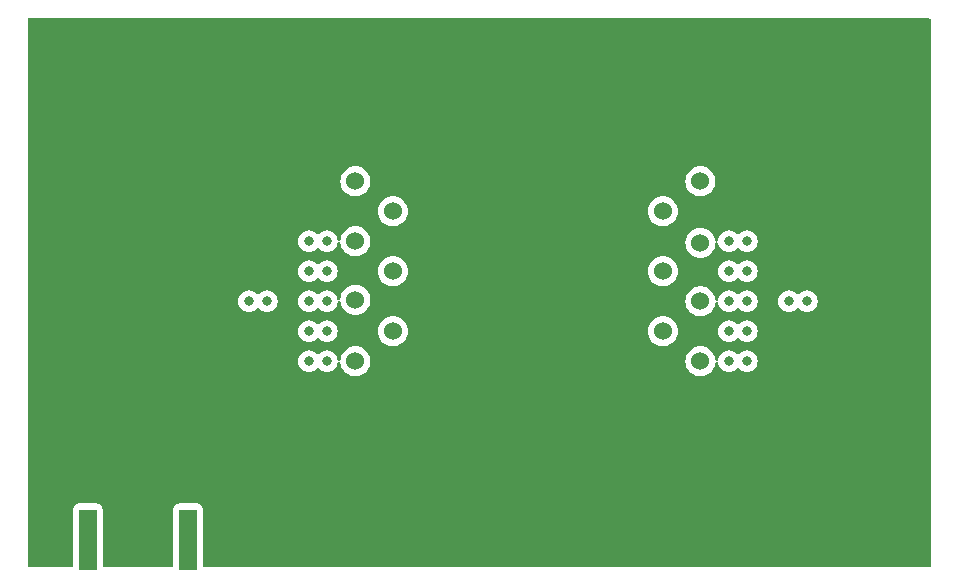
<source format=gtl>
%TF.GenerationSoftware,KiCad,Pcbnew,(6.0.9)*%
%TF.CreationDate,2022-12-04T20:54:03+08:00*%
%TF.ProjectId,kirdyShield,6b697264-7953-4686-9965-6c642e6b6963,rev?*%
%TF.SameCoordinates,Original*%
%TF.FileFunction,Copper,L1,Top*%
%TF.FilePolarity,Positive*%
%FSLAX46Y46*%
G04 Gerber Fmt 4.6, Leading zero omitted, Abs format (unit mm)*
G04 Created by KiCad (PCBNEW (6.0.9)) date 2022-12-04 20:54:03*
%MOMM*%
%LPD*%
G01*
G04 APERTURE LIST*
%TA.AperFunction,ComponentPad*%
%ADD10C,1.524000*%
%TD*%
%TA.AperFunction,SMDPad,CuDef*%
%ADD11R,1.500000X5.080000*%
%TD*%
%TA.AperFunction,ViaPad*%
%ADD12C,0.800000*%
%TD*%
G04 APERTURE END LIST*
D10*
%TO.P,J2,1,Pin_1*%
%TO.N,Net-(J2-Pad1)*%
X88265000Y-114300000D03*
%TO.P,J2,2,Pin_2*%
%TO.N,Net-(J2-Pad2)*%
X91440000Y-116840000D03*
%TO.P,J2,3,Pin_3*%
%TO.N,Net-(J3-Pad7)*%
X88265000Y-119380000D03*
%TO.P,J2,4,Pin_4*%
%TO.N,Net-(J3-Pad9)*%
X91440000Y-121920000D03*
%TO.P,J2,5,Pin_5*%
%TO.N,Net-(J2-Pad5)*%
X88265000Y-124333000D03*
%TO.P,J2,6,Pin_6*%
%TO.N,unconnected-(J2-Pad6)*%
X91440000Y-127000000D03*
%TO.P,J2,7,Pin_7*%
%TO.N,unconnected-(J2-Pad7)*%
X88265000Y-129540000D03*
%TD*%
%TO.P,J4,1,Pin_1*%
%TO.N,unconnected-(J4-Pad1)*%
X117475000Y-129540000D03*
%TO.P,J4,2,Pin_2*%
%TO.N,unconnected-(J4-Pad2)*%
X114300000Y-127000000D03*
%TO.P,J4,3,Pin_3*%
%TO.N,Net-(J4-Pad3)*%
X117475000Y-124460000D03*
%TO.P,J4,4,Pin_4*%
%TO.N,Net-(J4-Pad4)*%
X114300000Y-121920000D03*
%TO.P,J4,5,Pin_5*%
%TO.N,unconnected-(J4-Pad5)*%
X117475000Y-119507000D03*
%TO.P,J4,6,Pin_6*%
%TO.N,GND*%
X114300000Y-116840000D03*
%TO.P,J4,7,Pin_7*%
%TO.N,Net-(J1-Pad3)*%
X117475000Y-114300000D03*
%TD*%
D11*
%TO.P,J5,2,Ext*%
%TO.N,GND*%
X65600000Y-144637500D03*
X74100000Y-144637500D03*
%TD*%
D12*
%TO.N,GND*%
X74168000Y-146304000D03*
X74168000Y-142748000D03*
X74168000Y-144526000D03*
X65532000Y-146304000D03*
X65532000Y-144526000D03*
X65532000Y-142748000D03*
X84328000Y-127000000D03*
X85852000Y-129540000D03*
X84328000Y-129540000D03*
X85852000Y-127000000D03*
X85852000Y-124460000D03*
X84328000Y-124460000D03*
X85852000Y-121920000D03*
X84328000Y-121920000D03*
X85852000Y-119380000D03*
X84328000Y-119380000D03*
X80772000Y-124460000D03*
X79248000Y-124460000D03*
X126492000Y-124460000D03*
X124968000Y-124460000D03*
X121412000Y-129540000D03*
X119888000Y-129540000D03*
X121412000Y-127000000D03*
X119888000Y-127000000D03*
X121412000Y-124460000D03*
X119888000Y-124460000D03*
X121412000Y-121920000D03*
X119888000Y-121920000D03*
X121412000Y-119380000D03*
X119888000Y-119380000D03*
%TD*%
%TA.AperFunction,NonConductor*%
G36*
X136933621Y-100528502D02*
G01*
X136980114Y-100582158D01*
X136991500Y-100634500D01*
X136991500Y-146865500D01*
X136971498Y-146933621D01*
X136917842Y-146980114D01*
X136865500Y-146991500D01*
X75484500Y-146991500D01*
X75416379Y-146971498D01*
X75369886Y-146917842D01*
X75358500Y-146865500D01*
X75358500Y-142049366D01*
X75351745Y-141987184D01*
X75300615Y-141850795D01*
X75213261Y-141734239D01*
X75096705Y-141646885D01*
X74960316Y-141595755D01*
X74898134Y-141589000D01*
X73301866Y-141589000D01*
X73239684Y-141595755D01*
X73103295Y-141646885D01*
X72986739Y-141734239D01*
X72899385Y-141850795D01*
X72848255Y-141987184D01*
X72841500Y-142049366D01*
X72841500Y-146865500D01*
X72821498Y-146933621D01*
X72767842Y-146980114D01*
X72715500Y-146991500D01*
X66984500Y-146991500D01*
X66916379Y-146971498D01*
X66869886Y-146917842D01*
X66858500Y-146865500D01*
X66858500Y-142049366D01*
X66851745Y-141987184D01*
X66800615Y-141850795D01*
X66713261Y-141734239D01*
X66596705Y-141646885D01*
X66460316Y-141595755D01*
X66398134Y-141589000D01*
X64801866Y-141589000D01*
X64739684Y-141595755D01*
X64603295Y-141646885D01*
X64486739Y-141734239D01*
X64399385Y-141850795D01*
X64348255Y-141987184D01*
X64341500Y-142049366D01*
X64341500Y-146865500D01*
X64321498Y-146933621D01*
X64267842Y-146980114D01*
X64215500Y-146991500D01*
X60634500Y-146991500D01*
X60566379Y-146971498D01*
X60519886Y-146917842D01*
X60508500Y-146865500D01*
X60508500Y-129540000D01*
X83414496Y-129540000D01*
X83434458Y-129729928D01*
X83493473Y-129911556D01*
X83588960Y-130076944D01*
X83593378Y-130081851D01*
X83593379Y-130081852D01*
X83659635Y-130155437D01*
X83716747Y-130218866D01*
X83871248Y-130331118D01*
X83877276Y-130333802D01*
X83877278Y-130333803D01*
X83935626Y-130359781D01*
X84045712Y-130408794D01*
X84139113Y-130428647D01*
X84226056Y-130447128D01*
X84226061Y-130447128D01*
X84232513Y-130448500D01*
X84423487Y-130448500D01*
X84429939Y-130447128D01*
X84429944Y-130447128D01*
X84516887Y-130428647D01*
X84610288Y-130408794D01*
X84720374Y-130359781D01*
X84778722Y-130333803D01*
X84778724Y-130333802D01*
X84784752Y-130331118D01*
X84939253Y-130218866D01*
X84996365Y-130155436D01*
X85056810Y-130118198D01*
X85127794Y-130119550D01*
X85183634Y-130155436D01*
X85240747Y-130218866D01*
X85395248Y-130331118D01*
X85401276Y-130333802D01*
X85401278Y-130333803D01*
X85459626Y-130359781D01*
X85569712Y-130408794D01*
X85663113Y-130428647D01*
X85750056Y-130447128D01*
X85750061Y-130447128D01*
X85756513Y-130448500D01*
X85947487Y-130448500D01*
X85953939Y-130447128D01*
X85953944Y-130447128D01*
X86040887Y-130428647D01*
X86134288Y-130408794D01*
X86244374Y-130359781D01*
X86302722Y-130333803D01*
X86302724Y-130333802D01*
X86308752Y-130331118D01*
X86463253Y-130218866D01*
X86520365Y-130155437D01*
X86586621Y-130081852D01*
X86586622Y-130081851D01*
X86591040Y-130076944D01*
X86686527Y-129911556D01*
X86745542Y-129729928D01*
X86751044Y-129677579D01*
X86778057Y-129611923D01*
X86836279Y-129571293D01*
X86907224Y-129568590D01*
X86968368Y-129604672D01*
X87000298Y-129668083D01*
X87001875Y-129679767D01*
X87009022Y-129761463D01*
X87066560Y-129976196D01*
X87068882Y-129981177D01*
X87068883Y-129981178D01*
X87158186Y-130172689D01*
X87158189Y-130172694D01*
X87160512Y-130177676D01*
X87163668Y-130182183D01*
X87163669Y-130182185D01*
X87185918Y-130213959D01*
X87288023Y-130359781D01*
X87445219Y-130516977D01*
X87449727Y-130520134D01*
X87449730Y-130520136D01*
X87525495Y-130573187D01*
X87627323Y-130644488D01*
X87632305Y-130646811D01*
X87632310Y-130646814D01*
X87823822Y-130736117D01*
X87828804Y-130738440D01*
X87834112Y-130739862D01*
X87834114Y-130739863D01*
X87899949Y-130757503D01*
X88043537Y-130795978D01*
X88265000Y-130815353D01*
X88486463Y-130795978D01*
X88630051Y-130757503D01*
X88695886Y-130739863D01*
X88695888Y-130739862D01*
X88701196Y-130738440D01*
X88706178Y-130736117D01*
X88897690Y-130646814D01*
X88897695Y-130646811D01*
X88902677Y-130644488D01*
X89004505Y-130573187D01*
X89080270Y-130520136D01*
X89080273Y-130520134D01*
X89084781Y-130516977D01*
X89241977Y-130359781D01*
X89344083Y-130213959D01*
X89366331Y-130182185D01*
X89366332Y-130182183D01*
X89369488Y-130177676D01*
X89371811Y-130172694D01*
X89371814Y-130172689D01*
X89461117Y-129981178D01*
X89461118Y-129981177D01*
X89463440Y-129976196D01*
X89520978Y-129761463D01*
X89540353Y-129540000D01*
X116199647Y-129540000D01*
X116219022Y-129761463D01*
X116276560Y-129976196D01*
X116278882Y-129981177D01*
X116278883Y-129981178D01*
X116368186Y-130172689D01*
X116368189Y-130172694D01*
X116370512Y-130177676D01*
X116373668Y-130182183D01*
X116373669Y-130182185D01*
X116395918Y-130213959D01*
X116498023Y-130359781D01*
X116655219Y-130516977D01*
X116659727Y-130520134D01*
X116659730Y-130520136D01*
X116735495Y-130573187D01*
X116837323Y-130644488D01*
X116842305Y-130646811D01*
X116842310Y-130646814D01*
X117033822Y-130736117D01*
X117038804Y-130738440D01*
X117044112Y-130739862D01*
X117044114Y-130739863D01*
X117109949Y-130757503D01*
X117253537Y-130795978D01*
X117475000Y-130815353D01*
X117696463Y-130795978D01*
X117840051Y-130757503D01*
X117905886Y-130739863D01*
X117905888Y-130739862D01*
X117911196Y-130738440D01*
X117916178Y-130736117D01*
X118107690Y-130646814D01*
X118107695Y-130646811D01*
X118112677Y-130644488D01*
X118214505Y-130573187D01*
X118290270Y-130520136D01*
X118290273Y-130520134D01*
X118294781Y-130516977D01*
X118451977Y-130359781D01*
X118554083Y-130213959D01*
X118576331Y-130182185D01*
X118576332Y-130182183D01*
X118579488Y-130177676D01*
X118581811Y-130172694D01*
X118581814Y-130172689D01*
X118671117Y-129981178D01*
X118671118Y-129981177D01*
X118673440Y-129976196D01*
X118730978Y-129761463D01*
X118738125Y-129679769D01*
X118763988Y-129613651D01*
X118821492Y-129572011D01*
X118892379Y-129568070D01*
X118954144Y-129603079D01*
X118987176Y-129665923D01*
X118988956Y-129677578D01*
X118994458Y-129729928D01*
X119053473Y-129911556D01*
X119148960Y-130076944D01*
X119153378Y-130081851D01*
X119153379Y-130081852D01*
X119219635Y-130155437D01*
X119276747Y-130218866D01*
X119431248Y-130331118D01*
X119437276Y-130333802D01*
X119437278Y-130333803D01*
X119495626Y-130359781D01*
X119605712Y-130408794D01*
X119699113Y-130428647D01*
X119786056Y-130447128D01*
X119786061Y-130447128D01*
X119792513Y-130448500D01*
X119983487Y-130448500D01*
X119989939Y-130447128D01*
X119989944Y-130447128D01*
X120076887Y-130428647D01*
X120170288Y-130408794D01*
X120280374Y-130359781D01*
X120338722Y-130333803D01*
X120338724Y-130333802D01*
X120344752Y-130331118D01*
X120499253Y-130218866D01*
X120556365Y-130155436D01*
X120616810Y-130118198D01*
X120687794Y-130119550D01*
X120743634Y-130155436D01*
X120800747Y-130218866D01*
X120955248Y-130331118D01*
X120961276Y-130333802D01*
X120961278Y-130333803D01*
X121019626Y-130359781D01*
X121129712Y-130408794D01*
X121223113Y-130428647D01*
X121310056Y-130447128D01*
X121310061Y-130447128D01*
X121316513Y-130448500D01*
X121507487Y-130448500D01*
X121513939Y-130447128D01*
X121513944Y-130447128D01*
X121600887Y-130428647D01*
X121694288Y-130408794D01*
X121804374Y-130359781D01*
X121862722Y-130333803D01*
X121862724Y-130333802D01*
X121868752Y-130331118D01*
X122023253Y-130218866D01*
X122080365Y-130155437D01*
X122146621Y-130081852D01*
X122146622Y-130081851D01*
X122151040Y-130076944D01*
X122246527Y-129911556D01*
X122305542Y-129729928D01*
X122325504Y-129540000D01*
X122305542Y-129350072D01*
X122246527Y-129168444D01*
X122151040Y-129003056D01*
X122112678Y-128960450D01*
X122027675Y-128866045D01*
X122027671Y-128866041D01*
X122023253Y-128861134D01*
X121868752Y-128748882D01*
X121862724Y-128746198D01*
X121862722Y-128746197D01*
X121700319Y-128673891D01*
X121700318Y-128673891D01*
X121694288Y-128671206D01*
X121600888Y-128651353D01*
X121513944Y-128632872D01*
X121513939Y-128632872D01*
X121507487Y-128631500D01*
X121316513Y-128631500D01*
X121310061Y-128632872D01*
X121310056Y-128632872D01*
X121223112Y-128651353D01*
X121129712Y-128671206D01*
X121123682Y-128673891D01*
X121123681Y-128673891D01*
X120961278Y-128746197D01*
X120961276Y-128746198D01*
X120955248Y-128748882D01*
X120800747Y-128861134D01*
X120743635Y-128924564D01*
X120683190Y-128961802D01*
X120612206Y-128960450D01*
X120556366Y-128924564D01*
X120499253Y-128861134D01*
X120344752Y-128748882D01*
X120338724Y-128746198D01*
X120338722Y-128746197D01*
X120176319Y-128673891D01*
X120176318Y-128673891D01*
X120170288Y-128671206D01*
X120076888Y-128651353D01*
X119989944Y-128632872D01*
X119989939Y-128632872D01*
X119983487Y-128631500D01*
X119792513Y-128631500D01*
X119786061Y-128632872D01*
X119786056Y-128632872D01*
X119699112Y-128651353D01*
X119605712Y-128671206D01*
X119599682Y-128673891D01*
X119599681Y-128673891D01*
X119437278Y-128746197D01*
X119437276Y-128746198D01*
X119431248Y-128748882D01*
X119276747Y-128861134D01*
X119272329Y-128866041D01*
X119272325Y-128866045D01*
X119187323Y-128960450D01*
X119148960Y-129003056D01*
X119053473Y-129168444D01*
X118994458Y-129350072D01*
X118993769Y-129356631D01*
X118993768Y-129356634D01*
X118988956Y-129402421D01*
X118961943Y-129468077D01*
X118903721Y-129508707D01*
X118832776Y-129511410D01*
X118771632Y-129475328D01*
X118739702Y-129411917D01*
X118738125Y-129400231D01*
X118733737Y-129350072D01*
X118730978Y-129318537D01*
X118673440Y-129103804D01*
X118671117Y-129098822D01*
X118581814Y-128907311D01*
X118581811Y-128907306D01*
X118579488Y-128902324D01*
X118554085Y-128866045D01*
X118455136Y-128724730D01*
X118455134Y-128724727D01*
X118451977Y-128720219D01*
X118294781Y-128563023D01*
X118290273Y-128559866D01*
X118290270Y-128559864D01*
X118214505Y-128506813D01*
X118112677Y-128435512D01*
X118107695Y-128433189D01*
X118107690Y-128433186D01*
X117916178Y-128343883D01*
X117916177Y-128343882D01*
X117911196Y-128341560D01*
X117905888Y-128340138D01*
X117905886Y-128340137D01*
X117840051Y-128322497D01*
X117696463Y-128284022D01*
X117475000Y-128264647D01*
X117253537Y-128284022D01*
X117109949Y-128322497D01*
X117044114Y-128340137D01*
X117044112Y-128340138D01*
X117038804Y-128341560D01*
X117033823Y-128343882D01*
X117033822Y-128343883D01*
X116842311Y-128433186D01*
X116842306Y-128433189D01*
X116837324Y-128435512D01*
X116832817Y-128438668D01*
X116832815Y-128438669D01*
X116659730Y-128559864D01*
X116659727Y-128559866D01*
X116655219Y-128563023D01*
X116498023Y-128720219D01*
X116494866Y-128724727D01*
X116494864Y-128724730D01*
X116395915Y-128866045D01*
X116370512Y-128902324D01*
X116368189Y-128907306D01*
X116368186Y-128907311D01*
X116278883Y-129098822D01*
X116276560Y-129103804D01*
X116219022Y-129318537D01*
X116199647Y-129540000D01*
X89540353Y-129540000D01*
X89520978Y-129318537D01*
X89463440Y-129103804D01*
X89461117Y-129098822D01*
X89371814Y-128907311D01*
X89371811Y-128907306D01*
X89369488Y-128902324D01*
X89344085Y-128866045D01*
X89245136Y-128724730D01*
X89245134Y-128724727D01*
X89241977Y-128720219D01*
X89084781Y-128563023D01*
X89080273Y-128559866D01*
X89080270Y-128559864D01*
X89004505Y-128506813D01*
X88902677Y-128435512D01*
X88897695Y-128433189D01*
X88897690Y-128433186D01*
X88706178Y-128343883D01*
X88706177Y-128343882D01*
X88701196Y-128341560D01*
X88695888Y-128340138D01*
X88695886Y-128340137D01*
X88630051Y-128322497D01*
X88486463Y-128284022D01*
X88265000Y-128264647D01*
X88043537Y-128284022D01*
X87899949Y-128322497D01*
X87834114Y-128340137D01*
X87834112Y-128340138D01*
X87828804Y-128341560D01*
X87823823Y-128343882D01*
X87823822Y-128343883D01*
X87632311Y-128433186D01*
X87632306Y-128433189D01*
X87627324Y-128435512D01*
X87622817Y-128438668D01*
X87622815Y-128438669D01*
X87449730Y-128559864D01*
X87449727Y-128559866D01*
X87445219Y-128563023D01*
X87288023Y-128720219D01*
X87284866Y-128724727D01*
X87284864Y-128724730D01*
X87185915Y-128866045D01*
X87160512Y-128902324D01*
X87158189Y-128907306D01*
X87158186Y-128907311D01*
X87068883Y-129098822D01*
X87066560Y-129103804D01*
X87009022Y-129318537D01*
X87006263Y-129350072D01*
X87001875Y-129400231D01*
X86976012Y-129466349D01*
X86918508Y-129507989D01*
X86847621Y-129511930D01*
X86785856Y-129476921D01*
X86752824Y-129414077D01*
X86751044Y-129402421D01*
X86746232Y-129356634D01*
X86746231Y-129356631D01*
X86745542Y-129350072D01*
X86686527Y-129168444D01*
X86591040Y-129003056D01*
X86552678Y-128960450D01*
X86467675Y-128866045D01*
X86467671Y-128866041D01*
X86463253Y-128861134D01*
X86308752Y-128748882D01*
X86302724Y-128746198D01*
X86302722Y-128746197D01*
X86140319Y-128673891D01*
X86140318Y-128673891D01*
X86134288Y-128671206D01*
X86040888Y-128651353D01*
X85953944Y-128632872D01*
X85953939Y-128632872D01*
X85947487Y-128631500D01*
X85756513Y-128631500D01*
X85750061Y-128632872D01*
X85750056Y-128632872D01*
X85663112Y-128651353D01*
X85569712Y-128671206D01*
X85563682Y-128673891D01*
X85563681Y-128673891D01*
X85401278Y-128746197D01*
X85401276Y-128746198D01*
X85395248Y-128748882D01*
X85240747Y-128861134D01*
X85183635Y-128924564D01*
X85123190Y-128961802D01*
X85052206Y-128960450D01*
X84996366Y-128924564D01*
X84939253Y-128861134D01*
X84784752Y-128748882D01*
X84778724Y-128746198D01*
X84778722Y-128746197D01*
X84616319Y-128673891D01*
X84616318Y-128673891D01*
X84610288Y-128671206D01*
X84516888Y-128651353D01*
X84429944Y-128632872D01*
X84429939Y-128632872D01*
X84423487Y-128631500D01*
X84232513Y-128631500D01*
X84226061Y-128632872D01*
X84226056Y-128632872D01*
X84139112Y-128651353D01*
X84045712Y-128671206D01*
X84039682Y-128673891D01*
X84039681Y-128673891D01*
X83877278Y-128746197D01*
X83877276Y-128746198D01*
X83871248Y-128748882D01*
X83716747Y-128861134D01*
X83712329Y-128866041D01*
X83712325Y-128866045D01*
X83627323Y-128960450D01*
X83588960Y-129003056D01*
X83493473Y-129168444D01*
X83434458Y-129350072D01*
X83414496Y-129540000D01*
X60508500Y-129540000D01*
X60508500Y-127000000D01*
X83414496Y-127000000D01*
X83434458Y-127189928D01*
X83493473Y-127371556D01*
X83588960Y-127536944D01*
X83593378Y-127541851D01*
X83593379Y-127541852D01*
X83659635Y-127615437D01*
X83716747Y-127678866D01*
X83871248Y-127791118D01*
X83877276Y-127793802D01*
X83877278Y-127793803D01*
X83935626Y-127819781D01*
X84045712Y-127868794D01*
X84139112Y-127888647D01*
X84226056Y-127907128D01*
X84226061Y-127907128D01*
X84232513Y-127908500D01*
X84423487Y-127908500D01*
X84429939Y-127907128D01*
X84429944Y-127907128D01*
X84516888Y-127888647D01*
X84610288Y-127868794D01*
X84720374Y-127819781D01*
X84778722Y-127793803D01*
X84778724Y-127793802D01*
X84784752Y-127791118D01*
X84939253Y-127678866D01*
X84996365Y-127615436D01*
X85056810Y-127578198D01*
X85127794Y-127579550D01*
X85183634Y-127615436D01*
X85240747Y-127678866D01*
X85395248Y-127791118D01*
X85401276Y-127793802D01*
X85401278Y-127793803D01*
X85459626Y-127819781D01*
X85569712Y-127868794D01*
X85663112Y-127888647D01*
X85750056Y-127907128D01*
X85750061Y-127907128D01*
X85756513Y-127908500D01*
X85947487Y-127908500D01*
X85953939Y-127907128D01*
X85953944Y-127907128D01*
X86040888Y-127888647D01*
X86134288Y-127868794D01*
X86244374Y-127819781D01*
X86302722Y-127793803D01*
X86302724Y-127793802D01*
X86308752Y-127791118D01*
X86463253Y-127678866D01*
X86520365Y-127615437D01*
X86586621Y-127541852D01*
X86586622Y-127541851D01*
X86591040Y-127536944D01*
X86686527Y-127371556D01*
X86745542Y-127189928D01*
X86765504Y-127000000D01*
X90164647Y-127000000D01*
X90184022Y-127221463D01*
X90241560Y-127436196D01*
X90243882Y-127441177D01*
X90243883Y-127441178D01*
X90333186Y-127632689D01*
X90333189Y-127632694D01*
X90335512Y-127637676D01*
X90338668Y-127642183D01*
X90338669Y-127642185D01*
X90360918Y-127673959D01*
X90463023Y-127819781D01*
X90620219Y-127976977D01*
X90624727Y-127980134D01*
X90624730Y-127980136D01*
X90700495Y-128033187D01*
X90802323Y-128104488D01*
X90807305Y-128106811D01*
X90807310Y-128106814D01*
X90998822Y-128196117D01*
X91003804Y-128198440D01*
X91009112Y-128199862D01*
X91009114Y-128199863D01*
X91074949Y-128217503D01*
X91218537Y-128255978D01*
X91440000Y-128275353D01*
X91661463Y-128255978D01*
X91805051Y-128217503D01*
X91870886Y-128199863D01*
X91870888Y-128199862D01*
X91876196Y-128198440D01*
X91881178Y-128196117D01*
X92072690Y-128106814D01*
X92072695Y-128106811D01*
X92077677Y-128104488D01*
X92179505Y-128033187D01*
X92255270Y-127980136D01*
X92255273Y-127980134D01*
X92259781Y-127976977D01*
X92416977Y-127819781D01*
X92519083Y-127673959D01*
X92541331Y-127642185D01*
X92541332Y-127642183D01*
X92544488Y-127637676D01*
X92546811Y-127632694D01*
X92546814Y-127632689D01*
X92636117Y-127441178D01*
X92636118Y-127441177D01*
X92638440Y-127436196D01*
X92695978Y-127221463D01*
X92715353Y-127000000D01*
X113024647Y-127000000D01*
X113044022Y-127221463D01*
X113101560Y-127436196D01*
X113103882Y-127441177D01*
X113103883Y-127441178D01*
X113193186Y-127632689D01*
X113193189Y-127632694D01*
X113195512Y-127637676D01*
X113198668Y-127642183D01*
X113198669Y-127642185D01*
X113220918Y-127673959D01*
X113323023Y-127819781D01*
X113480219Y-127976977D01*
X113484727Y-127980134D01*
X113484730Y-127980136D01*
X113560495Y-128033187D01*
X113662323Y-128104488D01*
X113667305Y-128106811D01*
X113667310Y-128106814D01*
X113858822Y-128196117D01*
X113863804Y-128198440D01*
X113869112Y-128199862D01*
X113869114Y-128199863D01*
X113934949Y-128217503D01*
X114078537Y-128255978D01*
X114300000Y-128275353D01*
X114521463Y-128255978D01*
X114665051Y-128217503D01*
X114730886Y-128199863D01*
X114730888Y-128199862D01*
X114736196Y-128198440D01*
X114741178Y-128196117D01*
X114932690Y-128106814D01*
X114932695Y-128106811D01*
X114937677Y-128104488D01*
X115039505Y-128033187D01*
X115115270Y-127980136D01*
X115115273Y-127980134D01*
X115119781Y-127976977D01*
X115276977Y-127819781D01*
X115379083Y-127673959D01*
X115401331Y-127642185D01*
X115401332Y-127642183D01*
X115404488Y-127637676D01*
X115406811Y-127632694D01*
X115406814Y-127632689D01*
X115496117Y-127441178D01*
X115496118Y-127441177D01*
X115498440Y-127436196D01*
X115555978Y-127221463D01*
X115575353Y-127000000D01*
X118974496Y-127000000D01*
X118994458Y-127189928D01*
X119053473Y-127371556D01*
X119148960Y-127536944D01*
X119153378Y-127541851D01*
X119153379Y-127541852D01*
X119219635Y-127615437D01*
X119276747Y-127678866D01*
X119431248Y-127791118D01*
X119437276Y-127793802D01*
X119437278Y-127793803D01*
X119495626Y-127819781D01*
X119605712Y-127868794D01*
X119699112Y-127888647D01*
X119786056Y-127907128D01*
X119786061Y-127907128D01*
X119792513Y-127908500D01*
X119983487Y-127908500D01*
X119989939Y-127907128D01*
X119989944Y-127907128D01*
X120076888Y-127888647D01*
X120170288Y-127868794D01*
X120280374Y-127819781D01*
X120338722Y-127793803D01*
X120338724Y-127793802D01*
X120344752Y-127791118D01*
X120499253Y-127678866D01*
X120556365Y-127615436D01*
X120616810Y-127578198D01*
X120687794Y-127579550D01*
X120743634Y-127615436D01*
X120800747Y-127678866D01*
X120955248Y-127791118D01*
X120961276Y-127793802D01*
X120961278Y-127793803D01*
X121019626Y-127819781D01*
X121129712Y-127868794D01*
X121223112Y-127888647D01*
X121310056Y-127907128D01*
X121310061Y-127907128D01*
X121316513Y-127908500D01*
X121507487Y-127908500D01*
X121513939Y-127907128D01*
X121513944Y-127907128D01*
X121600888Y-127888647D01*
X121694288Y-127868794D01*
X121804374Y-127819781D01*
X121862722Y-127793803D01*
X121862724Y-127793802D01*
X121868752Y-127791118D01*
X122023253Y-127678866D01*
X122080365Y-127615437D01*
X122146621Y-127541852D01*
X122146622Y-127541851D01*
X122151040Y-127536944D01*
X122246527Y-127371556D01*
X122305542Y-127189928D01*
X122325504Y-127000000D01*
X122305542Y-126810072D01*
X122246527Y-126628444D01*
X122151040Y-126463056D01*
X122112678Y-126420450D01*
X122027675Y-126326045D01*
X122027671Y-126326041D01*
X122023253Y-126321134D01*
X121868752Y-126208882D01*
X121862724Y-126206198D01*
X121862722Y-126206197D01*
X121700319Y-126133891D01*
X121700318Y-126133891D01*
X121694288Y-126131206D01*
X121600887Y-126111353D01*
X121513944Y-126092872D01*
X121513939Y-126092872D01*
X121507487Y-126091500D01*
X121316513Y-126091500D01*
X121310061Y-126092872D01*
X121310056Y-126092872D01*
X121223113Y-126111353D01*
X121129712Y-126131206D01*
X121123682Y-126133891D01*
X121123681Y-126133891D01*
X120961278Y-126206197D01*
X120961276Y-126206198D01*
X120955248Y-126208882D01*
X120800747Y-126321134D01*
X120743635Y-126384564D01*
X120683190Y-126421802D01*
X120612206Y-126420450D01*
X120556366Y-126384564D01*
X120499253Y-126321134D01*
X120344752Y-126208882D01*
X120338724Y-126206198D01*
X120338722Y-126206197D01*
X120176319Y-126133891D01*
X120176318Y-126133891D01*
X120170288Y-126131206D01*
X120076887Y-126111353D01*
X119989944Y-126092872D01*
X119989939Y-126092872D01*
X119983487Y-126091500D01*
X119792513Y-126091500D01*
X119786061Y-126092872D01*
X119786056Y-126092872D01*
X119699113Y-126111353D01*
X119605712Y-126131206D01*
X119599682Y-126133891D01*
X119599681Y-126133891D01*
X119437278Y-126206197D01*
X119437276Y-126206198D01*
X119431248Y-126208882D01*
X119276747Y-126321134D01*
X119272329Y-126326041D01*
X119272325Y-126326045D01*
X119187323Y-126420450D01*
X119148960Y-126463056D01*
X119053473Y-126628444D01*
X118994458Y-126810072D01*
X118974496Y-127000000D01*
X115575353Y-127000000D01*
X115555978Y-126778537D01*
X115498440Y-126563804D01*
X115496117Y-126558822D01*
X115406814Y-126367311D01*
X115406811Y-126367306D01*
X115404488Y-126362324D01*
X115379085Y-126326045D01*
X115280136Y-126184730D01*
X115280134Y-126184727D01*
X115276977Y-126180219D01*
X115119781Y-126023023D01*
X115115273Y-126019866D01*
X115115270Y-126019864D01*
X115039505Y-125966813D01*
X114937677Y-125895512D01*
X114932695Y-125893189D01*
X114932690Y-125893186D01*
X114741178Y-125803883D01*
X114741177Y-125803882D01*
X114736196Y-125801560D01*
X114730888Y-125800138D01*
X114730886Y-125800137D01*
X114665051Y-125782497D01*
X114521463Y-125744022D01*
X114300000Y-125724647D01*
X114078537Y-125744022D01*
X113934949Y-125782497D01*
X113869114Y-125800137D01*
X113869112Y-125800138D01*
X113863804Y-125801560D01*
X113858823Y-125803882D01*
X113858822Y-125803883D01*
X113667311Y-125893186D01*
X113667306Y-125893189D01*
X113662324Y-125895512D01*
X113657817Y-125898668D01*
X113657815Y-125898669D01*
X113484730Y-126019864D01*
X113484727Y-126019866D01*
X113480219Y-126023023D01*
X113323023Y-126180219D01*
X113319866Y-126184727D01*
X113319864Y-126184730D01*
X113220915Y-126326045D01*
X113195512Y-126362324D01*
X113193189Y-126367306D01*
X113193186Y-126367311D01*
X113103883Y-126558822D01*
X113101560Y-126563804D01*
X113044022Y-126778537D01*
X113024647Y-127000000D01*
X92715353Y-127000000D01*
X92695978Y-126778537D01*
X92638440Y-126563804D01*
X92636117Y-126558822D01*
X92546814Y-126367311D01*
X92546811Y-126367306D01*
X92544488Y-126362324D01*
X92519085Y-126326045D01*
X92420136Y-126184730D01*
X92420134Y-126184727D01*
X92416977Y-126180219D01*
X92259781Y-126023023D01*
X92255273Y-126019866D01*
X92255270Y-126019864D01*
X92179505Y-125966813D01*
X92077677Y-125895512D01*
X92072695Y-125893189D01*
X92072690Y-125893186D01*
X91881178Y-125803883D01*
X91881177Y-125803882D01*
X91876196Y-125801560D01*
X91870888Y-125800138D01*
X91870886Y-125800137D01*
X91805051Y-125782497D01*
X91661463Y-125744022D01*
X91440000Y-125724647D01*
X91218537Y-125744022D01*
X91074949Y-125782497D01*
X91009114Y-125800137D01*
X91009112Y-125800138D01*
X91003804Y-125801560D01*
X90998823Y-125803882D01*
X90998822Y-125803883D01*
X90807311Y-125893186D01*
X90807306Y-125893189D01*
X90802324Y-125895512D01*
X90797817Y-125898668D01*
X90797815Y-125898669D01*
X90624730Y-126019864D01*
X90624727Y-126019866D01*
X90620219Y-126023023D01*
X90463023Y-126180219D01*
X90459866Y-126184727D01*
X90459864Y-126184730D01*
X90360915Y-126326045D01*
X90335512Y-126362324D01*
X90333189Y-126367306D01*
X90333186Y-126367311D01*
X90243883Y-126558822D01*
X90241560Y-126563804D01*
X90184022Y-126778537D01*
X90164647Y-127000000D01*
X86765504Y-127000000D01*
X86745542Y-126810072D01*
X86686527Y-126628444D01*
X86591040Y-126463056D01*
X86552678Y-126420450D01*
X86467675Y-126326045D01*
X86467671Y-126326041D01*
X86463253Y-126321134D01*
X86308752Y-126208882D01*
X86302724Y-126206198D01*
X86302722Y-126206197D01*
X86140319Y-126133891D01*
X86140318Y-126133891D01*
X86134288Y-126131206D01*
X86040887Y-126111353D01*
X85953944Y-126092872D01*
X85953939Y-126092872D01*
X85947487Y-126091500D01*
X85756513Y-126091500D01*
X85750061Y-126092872D01*
X85750056Y-126092872D01*
X85663113Y-126111353D01*
X85569712Y-126131206D01*
X85563682Y-126133891D01*
X85563681Y-126133891D01*
X85401278Y-126206197D01*
X85401276Y-126206198D01*
X85395248Y-126208882D01*
X85240747Y-126321134D01*
X85183635Y-126384564D01*
X85123190Y-126421802D01*
X85052206Y-126420450D01*
X84996366Y-126384564D01*
X84939253Y-126321134D01*
X84784752Y-126208882D01*
X84778724Y-126206198D01*
X84778722Y-126206197D01*
X84616319Y-126133891D01*
X84616318Y-126133891D01*
X84610288Y-126131206D01*
X84516887Y-126111353D01*
X84429944Y-126092872D01*
X84429939Y-126092872D01*
X84423487Y-126091500D01*
X84232513Y-126091500D01*
X84226061Y-126092872D01*
X84226056Y-126092872D01*
X84139113Y-126111353D01*
X84045712Y-126131206D01*
X84039682Y-126133891D01*
X84039681Y-126133891D01*
X83877278Y-126206197D01*
X83877276Y-126206198D01*
X83871248Y-126208882D01*
X83716747Y-126321134D01*
X83712329Y-126326041D01*
X83712325Y-126326045D01*
X83627323Y-126420450D01*
X83588960Y-126463056D01*
X83493473Y-126628444D01*
X83434458Y-126810072D01*
X83414496Y-127000000D01*
X60508500Y-127000000D01*
X60508500Y-124460000D01*
X78334496Y-124460000D01*
X78335186Y-124466565D01*
X78343848Y-124548975D01*
X78354458Y-124649928D01*
X78413473Y-124831556D01*
X78508960Y-124996944D01*
X78513378Y-125001851D01*
X78513379Y-125001852D01*
X78579635Y-125075437D01*
X78636747Y-125138866D01*
X78791248Y-125251118D01*
X78797276Y-125253802D01*
X78797278Y-125253803D01*
X78855626Y-125279781D01*
X78965712Y-125328794D01*
X79059113Y-125348647D01*
X79146056Y-125367128D01*
X79146061Y-125367128D01*
X79152513Y-125368500D01*
X79343487Y-125368500D01*
X79349939Y-125367128D01*
X79349944Y-125367128D01*
X79436887Y-125348647D01*
X79530288Y-125328794D01*
X79640374Y-125279781D01*
X79698722Y-125253803D01*
X79698724Y-125253802D01*
X79704752Y-125251118D01*
X79859253Y-125138866D01*
X79916365Y-125075436D01*
X79976810Y-125038198D01*
X80047794Y-125039550D01*
X80103634Y-125075436D01*
X80160747Y-125138866D01*
X80315248Y-125251118D01*
X80321276Y-125253802D01*
X80321278Y-125253803D01*
X80379626Y-125279781D01*
X80489712Y-125328794D01*
X80583113Y-125348647D01*
X80670056Y-125367128D01*
X80670061Y-125367128D01*
X80676513Y-125368500D01*
X80867487Y-125368500D01*
X80873939Y-125367128D01*
X80873944Y-125367128D01*
X80960887Y-125348647D01*
X81054288Y-125328794D01*
X81164374Y-125279781D01*
X81222722Y-125253803D01*
X81222724Y-125253802D01*
X81228752Y-125251118D01*
X81383253Y-125138866D01*
X81440365Y-125075437D01*
X81506621Y-125001852D01*
X81506622Y-125001851D01*
X81511040Y-124996944D01*
X81606527Y-124831556D01*
X81665542Y-124649928D01*
X81676153Y-124548975D01*
X81684814Y-124466565D01*
X81685504Y-124460000D01*
X83414496Y-124460000D01*
X83415186Y-124466565D01*
X83423848Y-124548975D01*
X83434458Y-124649928D01*
X83493473Y-124831556D01*
X83588960Y-124996944D01*
X83593378Y-125001851D01*
X83593379Y-125001852D01*
X83659635Y-125075437D01*
X83716747Y-125138866D01*
X83871248Y-125251118D01*
X83877276Y-125253802D01*
X83877278Y-125253803D01*
X83935626Y-125279781D01*
X84045712Y-125328794D01*
X84139113Y-125348647D01*
X84226056Y-125367128D01*
X84226061Y-125367128D01*
X84232513Y-125368500D01*
X84423487Y-125368500D01*
X84429939Y-125367128D01*
X84429944Y-125367128D01*
X84516887Y-125348647D01*
X84610288Y-125328794D01*
X84720374Y-125279781D01*
X84778722Y-125253803D01*
X84778724Y-125253802D01*
X84784752Y-125251118D01*
X84939253Y-125138866D01*
X84996365Y-125075436D01*
X85056810Y-125038198D01*
X85127794Y-125039550D01*
X85183634Y-125075436D01*
X85240747Y-125138866D01*
X85395248Y-125251118D01*
X85401276Y-125253802D01*
X85401278Y-125253803D01*
X85459626Y-125279781D01*
X85569712Y-125328794D01*
X85663113Y-125348647D01*
X85750056Y-125367128D01*
X85750061Y-125367128D01*
X85756513Y-125368500D01*
X85947487Y-125368500D01*
X85953939Y-125367128D01*
X85953944Y-125367128D01*
X86040887Y-125348647D01*
X86134288Y-125328794D01*
X86244374Y-125279781D01*
X86302722Y-125253803D01*
X86302724Y-125253802D01*
X86308752Y-125251118D01*
X86463253Y-125138866D01*
X86520365Y-125075437D01*
X86586621Y-125001852D01*
X86586622Y-125001851D01*
X86591040Y-124996944D01*
X86686527Y-124831556D01*
X86745542Y-124649928D01*
X86757108Y-124539888D01*
X86784120Y-124474232D01*
X86842341Y-124433602D01*
X86913286Y-124430899D01*
X86974431Y-124466981D01*
X87006361Y-124530392D01*
X87007937Y-124542073D01*
X87008541Y-124548975D01*
X87008543Y-124548984D01*
X87009022Y-124554463D01*
X87066560Y-124769196D01*
X87068882Y-124774177D01*
X87068883Y-124774178D01*
X87158186Y-124965689D01*
X87158189Y-124965694D01*
X87160512Y-124970676D01*
X87163668Y-124975183D01*
X87163669Y-124975185D01*
X87280999Y-125142749D01*
X87288023Y-125152781D01*
X87445219Y-125309977D01*
X87449727Y-125313134D01*
X87449730Y-125313136D01*
X87525495Y-125366187D01*
X87627323Y-125437488D01*
X87632305Y-125439811D01*
X87632310Y-125439814D01*
X87823822Y-125529117D01*
X87828804Y-125531440D01*
X87834112Y-125532862D01*
X87834114Y-125532863D01*
X87899949Y-125550503D01*
X88043537Y-125588978D01*
X88265000Y-125608353D01*
X88486463Y-125588978D01*
X88630051Y-125550503D01*
X88695886Y-125532863D01*
X88695888Y-125532862D01*
X88701196Y-125531440D01*
X88706178Y-125529117D01*
X88897690Y-125439814D01*
X88897695Y-125439811D01*
X88902677Y-125437488D01*
X89004505Y-125366187D01*
X89080270Y-125313136D01*
X89080273Y-125313134D01*
X89084781Y-125309977D01*
X89241977Y-125152781D01*
X89249002Y-125142749D01*
X89366331Y-124975185D01*
X89366332Y-124975183D01*
X89369488Y-124970676D01*
X89371811Y-124965694D01*
X89371814Y-124965689D01*
X89461117Y-124774178D01*
X89461118Y-124774177D01*
X89463440Y-124769196D01*
X89520978Y-124554463D01*
X89529242Y-124460000D01*
X116199647Y-124460000D01*
X116219022Y-124681463D01*
X116276560Y-124896196D01*
X116278882Y-124901177D01*
X116278883Y-124901178D01*
X116368186Y-125092689D01*
X116368189Y-125092694D01*
X116370512Y-125097676D01*
X116373668Y-125102183D01*
X116373669Y-125102185D01*
X116411826Y-125156678D01*
X116498023Y-125279781D01*
X116655219Y-125436977D01*
X116659727Y-125440134D01*
X116659730Y-125440136D01*
X116735495Y-125493187D01*
X116837323Y-125564488D01*
X116842305Y-125566811D01*
X116842310Y-125566814D01*
X117033822Y-125656117D01*
X117038804Y-125658440D01*
X117044112Y-125659862D01*
X117044114Y-125659863D01*
X117109949Y-125677503D01*
X117253537Y-125715978D01*
X117475000Y-125735353D01*
X117696463Y-125715978D01*
X117840051Y-125677503D01*
X117905886Y-125659863D01*
X117905888Y-125659862D01*
X117911196Y-125658440D01*
X117916178Y-125656117D01*
X118107690Y-125566814D01*
X118107695Y-125566811D01*
X118112677Y-125564488D01*
X118214505Y-125493187D01*
X118290270Y-125440136D01*
X118290273Y-125440134D01*
X118294781Y-125436977D01*
X118451977Y-125279781D01*
X118538175Y-125156678D01*
X118576331Y-125102185D01*
X118576332Y-125102183D01*
X118579488Y-125097676D01*
X118581811Y-125092694D01*
X118581814Y-125092689D01*
X118671117Y-124901178D01*
X118671118Y-124901177D01*
X118673440Y-124896196D01*
X118730978Y-124681463D01*
X118738125Y-124599769D01*
X118763988Y-124533651D01*
X118821492Y-124492011D01*
X118892379Y-124488070D01*
X118954144Y-124523079D01*
X118987176Y-124585923D01*
X118988956Y-124597578D01*
X118994458Y-124649928D01*
X119053473Y-124831556D01*
X119148960Y-124996944D01*
X119153378Y-125001851D01*
X119153379Y-125001852D01*
X119219635Y-125075437D01*
X119276747Y-125138866D01*
X119431248Y-125251118D01*
X119437276Y-125253802D01*
X119437278Y-125253803D01*
X119495626Y-125279781D01*
X119605712Y-125328794D01*
X119699113Y-125348647D01*
X119786056Y-125367128D01*
X119786061Y-125367128D01*
X119792513Y-125368500D01*
X119983487Y-125368500D01*
X119989939Y-125367128D01*
X119989944Y-125367128D01*
X120076887Y-125348647D01*
X120170288Y-125328794D01*
X120280374Y-125279781D01*
X120338722Y-125253803D01*
X120338724Y-125253802D01*
X120344752Y-125251118D01*
X120499253Y-125138866D01*
X120556365Y-125075436D01*
X120616810Y-125038198D01*
X120687794Y-125039550D01*
X120743634Y-125075436D01*
X120800747Y-125138866D01*
X120955248Y-125251118D01*
X120961276Y-125253802D01*
X120961278Y-125253803D01*
X121019626Y-125279781D01*
X121129712Y-125328794D01*
X121223113Y-125348647D01*
X121310056Y-125367128D01*
X121310061Y-125367128D01*
X121316513Y-125368500D01*
X121507487Y-125368500D01*
X121513939Y-125367128D01*
X121513944Y-125367128D01*
X121600887Y-125348647D01*
X121694288Y-125328794D01*
X121804374Y-125279781D01*
X121862722Y-125253803D01*
X121862724Y-125253802D01*
X121868752Y-125251118D01*
X122023253Y-125138866D01*
X122080365Y-125075437D01*
X122146621Y-125001852D01*
X122146622Y-125001851D01*
X122151040Y-124996944D01*
X122246527Y-124831556D01*
X122305542Y-124649928D01*
X122316153Y-124548975D01*
X122324814Y-124466565D01*
X122325504Y-124460000D01*
X124054496Y-124460000D01*
X124055186Y-124466565D01*
X124063848Y-124548975D01*
X124074458Y-124649928D01*
X124133473Y-124831556D01*
X124228960Y-124996944D01*
X124233378Y-125001851D01*
X124233379Y-125001852D01*
X124299635Y-125075437D01*
X124356747Y-125138866D01*
X124511248Y-125251118D01*
X124517276Y-125253802D01*
X124517278Y-125253803D01*
X124575626Y-125279781D01*
X124685712Y-125328794D01*
X124779113Y-125348647D01*
X124866056Y-125367128D01*
X124866061Y-125367128D01*
X124872513Y-125368500D01*
X125063487Y-125368500D01*
X125069939Y-125367128D01*
X125069944Y-125367128D01*
X125156887Y-125348647D01*
X125250288Y-125328794D01*
X125360374Y-125279781D01*
X125418722Y-125253803D01*
X125418724Y-125253802D01*
X125424752Y-125251118D01*
X125579253Y-125138866D01*
X125636365Y-125075436D01*
X125696810Y-125038198D01*
X125767794Y-125039550D01*
X125823634Y-125075436D01*
X125880747Y-125138866D01*
X126035248Y-125251118D01*
X126041276Y-125253802D01*
X126041278Y-125253803D01*
X126099626Y-125279781D01*
X126209712Y-125328794D01*
X126303113Y-125348647D01*
X126390056Y-125367128D01*
X126390061Y-125367128D01*
X126396513Y-125368500D01*
X126587487Y-125368500D01*
X126593939Y-125367128D01*
X126593944Y-125367128D01*
X126680887Y-125348647D01*
X126774288Y-125328794D01*
X126884374Y-125279781D01*
X126942722Y-125253803D01*
X126942724Y-125253802D01*
X126948752Y-125251118D01*
X127103253Y-125138866D01*
X127160365Y-125075437D01*
X127226621Y-125001852D01*
X127226622Y-125001851D01*
X127231040Y-124996944D01*
X127326527Y-124831556D01*
X127385542Y-124649928D01*
X127396153Y-124548975D01*
X127404814Y-124466565D01*
X127405504Y-124460000D01*
X127404814Y-124453435D01*
X127386232Y-124276635D01*
X127386232Y-124276633D01*
X127385542Y-124270072D01*
X127326527Y-124088444D01*
X127231040Y-123923056D01*
X127192678Y-123880450D01*
X127107675Y-123786045D01*
X127107671Y-123786041D01*
X127103253Y-123781134D01*
X126948752Y-123668882D01*
X126942724Y-123666198D01*
X126942722Y-123666197D01*
X126780319Y-123593891D01*
X126780318Y-123593891D01*
X126774288Y-123591206D01*
X126680888Y-123571353D01*
X126593944Y-123552872D01*
X126593939Y-123552872D01*
X126587487Y-123551500D01*
X126396513Y-123551500D01*
X126390061Y-123552872D01*
X126390056Y-123552872D01*
X126303112Y-123571353D01*
X126209712Y-123591206D01*
X126203682Y-123593891D01*
X126203681Y-123593891D01*
X126041278Y-123666197D01*
X126041276Y-123666198D01*
X126035248Y-123668882D01*
X125880747Y-123781134D01*
X125823635Y-123844564D01*
X125763190Y-123881802D01*
X125692206Y-123880450D01*
X125636366Y-123844564D01*
X125579253Y-123781134D01*
X125424752Y-123668882D01*
X125418724Y-123666198D01*
X125418722Y-123666197D01*
X125256319Y-123593891D01*
X125256318Y-123593891D01*
X125250288Y-123591206D01*
X125156888Y-123571353D01*
X125069944Y-123552872D01*
X125069939Y-123552872D01*
X125063487Y-123551500D01*
X124872513Y-123551500D01*
X124866061Y-123552872D01*
X124866056Y-123552872D01*
X124779112Y-123571353D01*
X124685712Y-123591206D01*
X124679682Y-123593891D01*
X124679681Y-123593891D01*
X124517278Y-123666197D01*
X124517276Y-123666198D01*
X124511248Y-123668882D01*
X124356747Y-123781134D01*
X124352329Y-123786041D01*
X124352325Y-123786045D01*
X124267323Y-123880450D01*
X124228960Y-123923056D01*
X124133473Y-124088444D01*
X124074458Y-124270072D01*
X124073768Y-124276633D01*
X124073768Y-124276635D01*
X124055186Y-124453435D01*
X124054496Y-124460000D01*
X122325504Y-124460000D01*
X122324814Y-124453435D01*
X122306232Y-124276635D01*
X122306232Y-124276633D01*
X122305542Y-124270072D01*
X122246527Y-124088444D01*
X122151040Y-123923056D01*
X122112678Y-123880450D01*
X122027675Y-123786045D01*
X122027671Y-123786041D01*
X122023253Y-123781134D01*
X121868752Y-123668882D01*
X121862724Y-123666198D01*
X121862722Y-123666197D01*
X121700319Y-123593891D01*
X121700318Y-123593891D01*
X121694288Y-123591206D01*
X121600888Y-123571353D01*
X121513944Y-123552872D01*
X121513939Y-123552872D01*
X121507487Y-123551500D01*
X121316513Y-123551500D01*
X121310061Y-123552872D01*
X121310056Y-123552872D01*
X121223112Y-123571353D01*
X121129712Y-123591206D01*
X121123682Y-123593891D01*
X121123681Y-123593891D01*
X120961278Y-123666197D01*
X120961276Y-123666198D01*
X120955248Y-123668882D01*
X120800747Y-123781134D01*
X120743635Y-123844564D01*
X120683190Y-123881802D01*
X120612206Y-123880450D01*
X120556366Y-123844564D01*
X120499253Y-123781134D01*
X120344752Y-123668882D01*
X120338724Y-123666198D01*
X120338722Y-123666197D01*
X120176319Y-123593891D01*
X120176318Y-123593891D01*
X120170288Y-123591206D01*
X120076888Y-123571353D01*
X119989944Y-123552872D01*
X119989939Y-123552872D01*
X119983487Y-123551500D01*
X119792513Y-123551500D01*
X119786061Y-123552872D01*
X119786056Y-123552872D01*
X119699112Y-123571353D01*
X119605712Y-123591206D01*
X119599682Y-123593891D01*
X119599681Y-123593891D01*
X119437278Y-123666197D01*
X119437276Y-123666198D01*
X119431248Y-123668882D01*
X119276747Y-123781134D01*
X119272329Y-123786041D01*
X119272325Y-123786045D01*
X119187323Y-123880450D01*
X119148960Y-123923056D01*
X119053473Y-124088444D01*
X118994458Y-124270072D01*
X118993769Y-124276631D01*
X118993768Y-124276634D01*
X118988956Y-124322421D01*
X118961943Y-124388077D01*
X118903721Y-124428707D01*
X118832776Y-124431410D01*
X118771632Y-124395328D01*
X118739702Y-124331917D01*
X118738125Y-124320231D01*
X118730978Y-124238537D01*
X118673440Y-124023804D01*
X118671117Y-124018822D01*
X118581814Y-123827311D01*
X118581811Y-123827306D01*
X118579488Y-123822324D01*
X118554085Y-123786045D01*
X118455136Y-123644730D01*
X118455134Y-123644727D01*
X118451977Y-123640219D01*
X118294781Y-123483023D01*
X118290273Y-123479866D01*
X118290270Y-123479864D01*
X118118972Y-123359920D01*
X118112677Y-123355512D01*
X118107695Y-123353189D01*
X118107690Y-123353186D01*
X117916178Y-123263883D01*
X117916177Y-123263882D01*
X117911196Y-123261560D01*
X117905888Y-123260138D01*
X117905886Y-123260137D01*
X117787860Y-123228512D01*
X117696463Y-123204022D01*
X117475000Y-123184647D01*
X117253537Y-123204022D01*
X117162140Y-123228512D01*
X117044114Y-123260137D01*
X117044112Y-123260138D01*
X117038804Y-123261560D01*
X117033823Y-123263882D01*
X117033822Y-123263883D01*
X116842311Y-123353186D01*
X116842306Y-123353189D01*
X116837324Y-123355512D01*
X116832817Y-123358668D01*
X116832815Y-123358669D01*
X116659730Y-123479864D01*
X116659727Y-123479866D01*
X116655219Y-123483023D01*
X116498023Y-123640219D01*
X116494866Y-123644727D01*
X116494864Y-123644730D01*
X116395915Y-123786045D01*
X116370512Y-123822324D01*
X116368189Y-123827306D01*
X116368186Y-123827311D01*
X116278883Y-124018822D01*
X116276560Y-124023804D01*
X116219022Y-124238537D01*
X116199647Y-124460000D01*
X89529242Y-124460000D01*
X89540353Y-124333000D01*
X89520978Y-124111537D01*
X89481130Y-123962824D01*
X89464863Y-123902114D01*
X89464862Y-123902112D01*
X89463440Y-123896804D01*
X89461117Y-123891822D01*
X89371814Y-123700311D01*
X89371811Y-123700306D01*
X89369488Y-123695324D01*
X89330903Y-123640219D01*
X89245136Y-123517730D01*
X89245134Y-123517727D01*
X89241977Y-123513219D01*
X89084781Y-123356023D01*
X89080273Y-123352866D01*
X89080270Y-123352864D01*
X88947842Y-123260137D01*
X88902677Y-123228512D01*
X88897695Y-123226189D01*
X88897690Y-123226186D01*
X88706178Y-123136883D01*
X88706177Y-123136882D01*
X88701196Y-123134560D01*
X88695888Y-123133138D01*
X88695886Y-123133137D01*
X88630051Y-123115497D01*
X88486463Y-123077022D01*
X88265000Y-123057647D01*
X88043537Y-123077022D01*
X87899949Y-123115497D01*
X87834114Y-123133137D01*
X87834112Y-123133138D01*
X87828804Y-123134560D01*
X87823823Y-123136882D01*
X87823822Y-123136883D01*
X87632311Y-123226186D01*
X87632306Y-123226189D01*
X87627324Y-123228512D01*
X87622817Y-123231668D01*
X87622815Y-123231669D01*
X87449730Y-123352864D01*
X87449727Y-123352866D01*
X87445219Y-123356023D01*
X87288023Y-123513219D01*
X87284866Y-123517727D01*
X87284864Y-123517730D01*
X87199097Y-123640219D01*
X87160512Y-123695324D01*
X87158189Y-123700306D01*
X87158186Y-123700311D01*
X87068883Y-123891822D01*
X87066560Y-123896804D01*
X87065138Y-123902112D01*
X87065137Y-123902114D01*
X87048870Y-123962824D01*
X87009022Y-124111537D01*
X87008543Y-124117016D01*
X86995644Y-124264453D01*
X86969781Y-124330572D01*
X86912277Y-124372211D01*
X86841390Y-124376152D01*
X86779625Y-124341143D01*
X86746877Y-124279671D01*
X86746232Y-124276635D01*
X86745542Y-124270072D01*
X86686527Y-124088444D01*
X86591040Y-123923056D01*
X86552678Y-123880450D01*
X86467675Y-123786045D01*
X86467671Y-123786041D01*
X86463253Y-123781134D01*
X86308752Y-123668882D01*
X86302724Y-123666198D01*
X86302722Y-123666197D01*
X86140319Y-123593891D01*
X86140318Y-123593891D01*
X86134288Y-123591206D01*
X86040888Y-123571353D01*
X85953944Y-123552872D01*
X85953939Y-123552872D01*
X85947487Y-123551500D01*
X85756513Y-123551500D01*
X85750061Y-123552872D01*
X85750056Y-123552872D01*
X85663112Y-123571353D01*
X85569712Y-123591206D01*
X85563682Y-123593891D01*
X85563681Y-123593891D01*
X85401278Y-123666197D01*
X85401276Y-123666198D01*
X85395248Y-123668882D01*
X85240747Y-123781134D01*
X85183635Y-123844564D01*
X85123190Y-123881802D01*
X85052206Y-123880450D01*
X84996366Y-123844564D01*
X84939253Y-123781134D01*
X84784752Y-123668882D01*
X84778724Y-123666198D01*
X84778722Y-123666197D01*
X84616319Y-123593891D01*
X84616318Y-123593891D01*
X84610288Y-123591206D01*
X84516888Y-123571353D01*
X84429944Y-123552872D01*
X84429939Y-123552872D01*
X84423487Y-123551500D01*
X84232513Y-123551500D01*
X84226061Y-123552872D01*
X84226056Y-123552872D01*
X84139112Y-123571353D01*
X84045712Y-123591206D01*
X84039682Y-123593891D01*
X84039681Y-123593891D01*
X83877278Y-123666197D01*
X83877276Y-123666198D01*
X83871248Y-123668882D01*
X83716747Y-123781134D01*
X83712329Y-123786041D01*
X83712325Y-123786045D01*
X83627323Y-123880450D01*
X83588960Y-123923056D01*
X83493473Y-124088444D01*
X83434458Y-124270072D01*
X83433768Y-124276633D01*
X83433768Y-124276635D01*
X83415186Y-124453435D01*
X83414496Y-124460000D01*
X81685504Y-124460000D01*
X81684814Y-124453435D01*
X81666232Y-124276635D01*
X81666232Y-124276633D01*
X81665542Y-124270072D01*
X81606527Y-124088444D01*
X81511040Y-123923056D01*
X81472678Y-123880450D01*
X81387675Y-123786045D01*
X81387671Y-123786041D01*
X81383253Y-123781134D01*
X81228752Y-123668882D01*
X81222724Y-123666198D01*
X81222722Y-123666197D01*
X81060319Y-123593891D01*
X81060318Y-123593891D01*
X81054288Y-123591206D01*
X80960888Y-123571353D01*
X80873944Y-123552872D01*
X80873939Y-123552872D01*
X80867487Y-123551500D01*
X80676513Y-123551500D01*
X80670061Y-123552872D01*
X80670056Y-123552872D01*
X80583112Y-123571353D01*
X80489712Y-123591206D01*
X80483682Y-123593891D01*
X80483681Y-123593891D01*
X80321278Y-123666197D01*
X80321276Y-123666198D01*
X80315248Y-123668882D01*
X80160747Y-123781134D01*
X80103635Y-123844564D01*
X80043190Y-123881802D01*
X79972206Y-123880450D01*
X79916366Y-123844564D01*
X79859253Y-123781134D01*
X79704752Y-123668882D01*
X79698724Y-123666198D01*
X79698722Y-123666197D01*
X79536319Y-123593891D01*
X79536318Y-123593891D01*
X79530288Y-123591206D01*
X79436888Y-123571353D01*
X79349944Y-123552872D01*
X79349939Y-123552872D01*
X79343487Y-123551500D01*
X79152513Y-123551500D01*
X79146061Y-123552872D01*
X79146056Y-123552872D01*
X79059112Y-123571353D01*
X78965712Y-123591206D01*
X78959682Y-123593891D01*
X78959681Y-123593891D01*
X78797278Y-123666197D01*
X78797276Y-123666198D01*
X78791248Y-123668882D01*
X78636747Y-123781134D01*
X78632329Y-123786041D01*
X78632325Y-123786045D01*
X78547323Y-123880450D01*
X78508960Y-123923056D01*
X78413473Y-124088444D01*
X78354458Y-124270072D01*
X78353768Y-124276633D01*
X78353768Y-124276635D01*
X78335186Y-124453435D01*
X78334496Y-124460000D01*
X60508500Y-124460000D01*
X60508500Y-121920000D01*
X83414496Y-121920000D01*
X83434458Y-122109928D01*
X83493473Y-122291556D01*
X83588960Y-122456944D01*
X83593378Y-122461851D01*
X83593379Y-122461852D01*
X83659635Y-122535437D01*
X83716747Y-122598866D01*
X83871248Y-122711118D01*
X83877276Y-122713802D01*
X83877278Y-122713803D01*
X83935626Y-122739781D01*
X84045712Y-122788794D01*
X84139113Y-122808647D01*
X84226056Y-122827128D01*
X84226061Y-122827128D01*
X84232513Y-122828500D01*
X84423487Y-122828500D01*
X84429939Y-122827128D01*
X84429944Y-122827128D01*
X84516887Y-122808647D01*
X84610288Y-122788794D01*
X84720374Y-122739781D01*
X84778722Y-122713803D01*
X84778724Y-122713802D01*
X84784752Y-122711118D01*
X84939253Y-122598866D01*
X84996365Y-122535436D01*
X85056810Y-122498198D01*
X85127794Y-122499550D01*
X85183634Y-122535436D01*
X85240747Y-122598866D01*
X85395248Y-122711118D01*
X85401276Y-122713802D01*
X85401278Y-122713803D01*
X85459626Y-122739781D01*
X85569712Y-122788794D01*
X85663113Y-122808647D01*
X85750056Y-122827128D01*
X85750061Y-122827128D01*
X85756513Y-122828500D01*
X85947487Y-122828500D01*
X85953939Y-122827128D01*
X85953944Y-122827128D01*
X86040887Y-122808647D01*
X86134288Y-122788794D01*
X86244374Y-122739781D01*
X86302722Y-122713803D01*
X86302724Y-122713802D01*
X86308752Y-122711118D01*
X86463253Y-122598866D01*
X86520365Y-122535437D01*
X86586621Y-122461852D01*
X86586622Y-122461851D01*
X86591040Y-122456944D01*
X86686527Y-122291556D01*
X86745542Y-122109928D01*
X86765504Y-121920000D01*
X90164647Y-121920000D01*
X90184022Y-122141463D01*
X90241560Y-122356196D01*
X90243882Y-122361177D01*
X90243883Y-122361178D01*
X90333186Y-122552689D01*
X90333189Y-122552694D01*
X90335512Y-122557676D01*
X90338668Y-122562183D01*
X90338669Y-122562185D01*
X90360918Y-122593959D01*
X90463023Y-122739781D01*
X90620219Y-122896977D01*
X90624727Y-122900134D01*
X90624730Y-122900136D01*
X90700495Y-122953187D01*
X90802323Y-123024488D01*
X90807305Y-123026811D01*
X90807310Y-123026814D01*
X90918036Y-123078446D01*
X91003804Y-123118440D01*
X91009112Y-123119862D01*
X91009114Y-123119863D01*
X91063964Y-123134560D01*
X91218537Y-123175978D01*
X91440000Y-123195353D01*
X91661463Y-123175978D01*
X91816036Y-123134560D01*
X91870886Y-123119863D01*
X91870888Y-123119862D01*
X91876196Y-123118440D01*
X91961964Y-123078446D01*
X92072690Y-123026814D01*
X92072695Y-123026811D01*
X92077677Y-123024488D01*
X92179505Y-122953187D01*
X92255270Y-122900136D01*
X92255273Y-122900134D01*
X92259781Y-122896977D01*
X92416977Y-122739781D01*
X92519083Y-122593959D01*
X92541331Y-122562185D01*
X92541332Y-122562183D01*
X92544488Y-122557676D01*
X92546811Y-122552694D01*
X92546814Y-122552689D01*
X92636117Y-122361178D01*
X92636118Y-122361177D01*
X92638440Y-122356196D01*
X92695978Y-122141463D01*
X92715353Y-121920000D01*
X113024647Y-121920000D01*
X113044022Y-122141463D01*
X113101560Y-122356196D01*
X113103882Y-122361177D01*
X113103883Y-122361178D01*
X113193186Y-122552689D01*
X113193189Y-122552694D01*
X113195512Y-122557676D01*
X113198668Y-122562183D01*
X113198669Y-122562185D01*
X113220918Y-122593959D01*
X113323023Y-122739781D01*
X113480219Y-122896977D01*
X113484727Y-122900134D01*
X113484730Y-122900136D01*
X113560495Y-122953187D01*
X113662323Y-123024488D01*
X113667305Y-123026811D01*
X113667310Y-123026814D01*
X113778036Y-123078446D01*
X113863804Y-123118440D01*
X113869112Y-123119862D01*
X113869114Y-123119863D01*
X113923964Y-123134560D01*
X114078537Y-123175978D01*
X114300000Y-123195353D01*
X114521463Y-123175978D01*
X114676036Y-123134560D01*
X114730886Y-123119863D01*
X114730888Y-123119862D01*
X114736196Y-123118440D01*
X114821964Y-123078446D01*
X114932690Y-123026814D01*
X114932695Y-123026811D01*
X114937677Y-123024488D01*
X115039505Y-122953187D01*
X115115270Y-122900136D01*
X115115273Y-122900134D01*
X115119781Y-122896977D01*
X115276977Y-122739781D01*
X115379083Y-122593959D01*
X115401331Y-122562185D01*
X115401332Y-122562183D01*
X115404488Y-122557676D01*
X115406811Y-122552694D01*
X115406814Y-122552689D01*
X115496117Y-122361178D01*
X115496118Y-122361177D01*
X115498440Y-122356196D01*
X115555978Y-122141463D01*
X115575353Y-121920000D01*
X118974496Y-121920000D01*
X118994458Y-122109928D01*
X119053473Y-122291556D01*
X119148960Y-122456944D01*
X119153378Y-122461851D01*
X119153379Y-122461852D01*
X119219635Y-122535437D01*
X119276747Y-122598866D01*
X119431248Y-122711118D01*
X119437276Y-122713802D01*
X119437278Y-122713803D01*
X119495626Y-122739781D01*
X119605712Y-122788794D01*
X119699113Y-122808647D01*
X119786056Y-122827128D01*
X119786061Y-122827128D01*
X119792513Y-122828500D01*
X119983487Y-122828500D01*
X119989939Y-122827128D01*
X119989944Y-122827128D01*
X120076887Y-122808647D01*
X120170288Y-122788794D01*
X120280374Y-122739781D01*
X120338722Y-122713803D01*
X120338724Y-122713802D01*
X120344752Y-122711118D01*
X120499253Y-122598866D01*
X120556365Y-122535436D01*
X120616810Y-122498198D01*
X120687794Y-122499550D01*
X120743634Y-122535436D01*
X120800747Y-122598866D01*
X120955248Y-122711118D01*
X120961276Y-122713802D01*
X120961278Y-122713803D01*
X121019626Y-122739781D01*
X121129712Y-122788794D01*
X121223113Y-122808647D01*
X121310056Y-122827128D01*
X121310061Y-122827128D01*
X121316513Y-122828500D01*
X121507487Y-122828500D01*
X121513939Y-122827128D01*
X121513944Y-122827128D01*
X121600887Y-122808647D01*
X121694288Y-122788794D01*
X121804374Y-122739781D01*
X121862722Y-122713803D01*
X121862724Y-122713802D01*
X121868752Y-122711118D01*
X122023253Y-122598866D01*
X122080365Y-122535437D01*
X122146621Y-122461852D01*
X122146622Y-122461851D01*
X122151040Y-122456944D01*
X122246527Y-122291556D01*
X122305542Y-122109928D01*
X122325504Y-121920000D01*
X122305542Y-121730072D01*
X122246527Y-121548444D01*
X122151040Y-121383056D01*
X122112678Y-121340450D01*
X122027675Y-121246045D01*
X122027671Y-121246041D01*
X122023253Y-121241134D01*
X121868752Y-121128882D01*
X121862724Y-121126198D01*
X121862722Y-121126197D01*
X121700319Y-121053891D01*
X121700318Y-121053891D01*
X121694288Y-121051206D01*
X121600888Y-121031353D01*
X121513944Y-121012872D01*
X121513939Y-121012872D01*
X121507487Y-121011500D01*
X121316513Y-121011500D01*
X121310061Y-121012872D01*
X121310056Y-121012872D01*
X121223112Y-121031353D01*
X121129712Y-121051206D01*
X121123682Y-121053891D01*
X121123681Y-121053891D01*
X120961278Y-121126197D01*
X120961276Y-121126198D01*
X120955248Y-121128882D01*
X120800747Y-121241134D01*
X120743635Y-121304564D01*
X120683190Y-121341802D01*
X120612206Y-121340450D01*
X120556366Y-121304564D01*
X120499253Y-121241134D01*
X120344752Y-121128882D01*
X120338724Y-121126198D01*
X120338722Y-121126197D01*
X120176319Y-121053891D01*
X120176318Y-121053891D01*
X120170288Y-121051206D01*
X120076888Y-121031353D01*
X119989944Y-121012872D01*
X119989939Y-121012872D01*
X119983487Y-121011500D01*
X119792513Y-121011500D01*
X119786061Y-121012872D01*
X119786056Y-121012872D01*
X119699112Y-121031353D01*
X119605712Y-121051206D01*
X119599682Y-121053891D01*
X119599681Y-121053891D01*
X119437278Y-121126197D01*
X119437276Y-121126198D01*
X119431248Y-121128882D01*
X119276747Y-121241134D01*
X119272329Y-121246041D01*
X119272325Y-121246045D01*
X119187323Y-121340450D01*
X119148960Y-121383056D01*
X119053473Y-121548444D01*
X118994458Y-121730072D01*
X118974496Y-121920000D01*
X115575353Y-121920000D01*
X115555978Y-121698537D01*
X115498440Y-121483804D01*
X115496117Y-121478822D01*
X115406814Y-121287311D01*
X115406811Y-121287306D01*
X115404488Y-121282324D01*
X115379085Y-121246045D01*
X115280136Y-121104730D01*
X115280134Y-121104727D01*
X115276977Y-121100219D01*
X115119781Y-120943023D01*
X115115273Y-120939866D01*
X115115270Y-120939864D01*
X115039505Y-120886813D01*
X114937677Y-120815512D01*
X114932695Y-120813189D01*
X114932690Y-120813186D01*
X114741178Y-120723883D01*
X114741177Y-120723882D01*
X114736196Y-120721560D01*
X114730888Y-120720138D01*
X114730886Y-120720137D01*
X114665051Y-120702497D01*
X114521463Y-120664022D01*
X114300000Y-120644647D01*
X114078537Y-120664022D01*
X113934949Y-120702497D01*
X113869114Y-120720137D01*
X113869112Y-120720138D01*
X113863804Y-120721560D01*
X113858823Y-120723882D01*
X113858822Y-120723883D01*
X113667311Y-120813186D01*
X113667306Y-120813189D01*
X113662324Y-120815512D01*
X113657817Y-120818668D01*
X113657815Y-120818669D01*
X113484730Y-120939864D01*
X113484727Y-120939866D01*
X113480219Y-120943023D01*
X113323023Y-121100219D01*
X113319866Y-121104727D01*
X113319864Y-121104730D01*
X113220915Y-121246045D01*
X113195512Y-121282324D01*
X113193189Y-121287306D01*
X113193186Y-121287311D01*
X113103883Y-121478822D01*
X113101560Y-121483804D01*
X113044022Y-121698537D01*
X113024647Y-121920000D01*
X92715353Y-121920000D01*
X92695978Y-121698537D01*
X92638440Y-121483804D01*
X92636117Y-121478822D01*
X92546814Y-121287311D01*
X92546811Y-121287306D01*
X92544488Y-121282324D01*
X92519085Y-121246045D01*
X92420136Y-121104730D01*
X92420134Y-121104727D01*
X92416977Y-121100219D01*
X92259781Y-120943023D01*
X92255273Y-120939866D01*
X92255270Y-120939864D01*
X92179505Y-120886813D01*
X92077677Y-120815512D01*
X92072695Y-120813189D01*
X92072690Y-120813186D01*
X91881178Y-120723883D01*
X91881177Y-120723882D01*
X91876196Y-120721560D01*
X91870888Y-120720138D01*
X91870886Y-120720137D01*
X91805051Y-120702497D01*
X91661463Y-120664022D01*
X91440000Y-120644647D01*
X91218537Y-120664022D01*
X91074949Y-120702497D01*
X91009114Y-120720137D01*
X91009112Y-120720138D01*
X91003804Y-120721560D01*
X90998823Y-120723882D01*
X90998822Y-120723883D01*
X90807311Y-120813186D01*
X90807306Y-120813189D01*
X90802324Y-120815512D01*
X90797817Y-120818668D01*
X90797815Y-120818669D01*
X90624730Y-120939864D01*
X90624727Y-120939866D01*
X90620219Y-120943023D01*
X90463023Y-121100219D01*
X90459866Y-121104727D01*
X90459864Y-121104730D01*
X90360915Y-121246045D01*
X90335512Y-121282324D01*
X90333189Y-121287306D01*
X90333186Y-121287311D01*
X90243883Y-121478822D01*
X90241560Y-121483804D01*
X90184022Y-121698537D01*
X90164647Y-121920000D01*
X86765504Y-121920000D01*
X86745542Y-121730072D01*
X86686527Y-121548444D01*
X86591040Y-121383056D01*
X86552678Y-121340450D01*
X86467675Y-121246045D01*
X86467671Y-121246041D01*
X86463253Y-121241134D01*
X86308752Y-121128882D01*
X86302724Y-121126198D01*
X86302722Y-121126197D01*
X86140319Y-121053891D01*
X86140318Y-121053891D01*
X86134288Y-121051206D01*
X86040888Y-121031353D01*
X85953944Y-121012872D01*
X85953939Y-121012872D01*
X85947487Y-121011500D01*
X85756513Y-121011500D01*
X85750061Y-121012872D01*
X85750056Y-121012872D01*
X85663112Y-121031353D01*
X85569712Y-121051206D01*
X85563682Y-121053891D01*
X85563681Y-121053891D01*
X85401278Y-121126197D01*
X85401276Y-121126198D01*
X85395248Y-121128882D01*
X85240747Y-121241134D01*
X85183635Y-121304564D01*
X85123190Y-121341802D01*
X85052206Y-121340450D01*
X84996366Y-121304564D01*
X84939253Y-121241134D01*
X84784752Y-121128882D01*
X84778724Y-121126198D01*
X84778722Y-121126197D01*
X84616319Y-121053891D01*
X84616318Y-121053891D01*
X84610288Y-121051206D01*
X84516888Y-121031353D01*
X84429944Y-121012872D01*
X84429939Y-121012872D01*
X84423487Y-121011500D01*
X84232513Y-121011500D01*
X84226061Y-121012872D01*
X84226056Y-121012872D01*
X84139112Y-121031353D01*
X84045712Y-121051206D01*
X84039682Y-121053891D01*
X84039681Y-121053891D01*
X83877278Y-121126197D01*
X83877276Y-121126198D01*
X83871248Y-121128882D01*
X83716747Y-121241134D01*
X83712329Y-121246041D01*
X83712325Y-121246045D01*
X83627323Y-121340450D01*
X83588960Y-121383056D01*
X83493473Y-121548444D01*
X83434458Y-121730072D01*
X83414496Y-121920000D01*
X60508500Y-121920000D01*
X60508500Y-119380000D01*
X83414496Y-119380000D01*
X83415186Y-119386565D01*
X83428420Y-119512475D01*
X83434458Y-119569928D01*
X83493473Y-119751556D01*
X83588960Y-119916944D01*
X83593378Y-119921851D01*
X83593379Y-119921852D01*
X83659635Y-119995437D01*
X83716747Y-120058866D01*
X83871248Y-120171118D01*
X83877276Y-120173802D01*
X83877278Y-120173803D01*
X83935626Y-120199781D01*
X84045712Y-120248794D01*
X84139112Y-120268647D01*
X84226056Y-120287128D01*
X84226061Y-120287128D01*
X84232513Y-120288500D01*
X84423487Y-120288500D01*
X84429939Y-120287128D01*
X84429944Y-120287128D01*
X84516888Y-120268647D01*
X84610288Y-120248794D01*
X84720374Y-120199781D01*
X84778722Y-120173803D01*
X84778724Y-120173802D01*
X84784752Y-120171118D01*
X84939253Y-120058866D01*
X84996365Y-119995436D01*
X85056810Y-119958198D01*
X85127794Y-119959550D01*
X85183634Y-119995436D01*
X85240747Y-120058866D01*
X85395248Y-120171118D01*
X85401276Y-120173802D01*
X85401278Y-120173803D01*
X85459626Y-120199781D01*
X85569712Y-120248794D01*
X85663112Y-120268647D01*
X85750056Y-120287128D01*
X85750061Y-120287128D01*
X85756513Y-120288500D01*
X85947487Y-120288500D01*
X85953939Y-120287128D01*
X85953944Y-120287128D01*
X86040888Y-120268647D01*
X86134288Y-120248794D01*
X86244374Y-120199781D01*
X86302722Y-120173803D01*
X86302724Y-120173802D01*
X86308752Y-120171118D01*
X86463253Y-120058866D01*
X86520365Y-119995437D01*
X86586621Y-119921852D01*
X86586622Y-119921851D01*
X86591040Y-119916944D01*
X86686527Y-119751556D01*
X86745542Y-119569928D01*
X86751044Y-119517579D01*
X86778057Y-119451923D01*
X86836279Y-119411293D01*
X86907224Y-119408590D01*
X86968368Y-119444672D01*
X87000298Y-119508083D01*
X87001875Y-119519767D01*
X87009022Y-119601463D01*
X87066560Y-119816196D01*
X87068882Y-119821177D01*
X87068883Y-119821178D01*
X87158186Y-120012689D01*
X87158189Y-120012694D01*
X87160512Y-120017676D01*
X87163668Y-120022183D01*
X87163669Y-120022185D01*
X87185918Y-120053959D01*
X87288023Y-120199781D01*
X87445219Y-120356977D01*
X87449727Y-120360134D01*
X87449730Y-120360136D01*
X87525495Y-120413187D01*
X87627323Y-120484488D01*
X87632305Y-120486811D01*
X87632310Y-120486814D01*
X87823822Y-120576117D01*
X87828804Y-120578440D01*
X87834112Y-120579862D01*
X87834114Y-120579863D01*
X87899949Y-120597503D01*
X88043537Y-120635978D01*
X88265000Y-120655353D01*
X88486463Y-120635978D01*
X88630051Y-120597503D01*
X88695886Y-120579863D01*
X88695888Y-120579862D01*
X88701196Y-120578440D01*
X88706178Y-120576117D01*
X88897690Y-120486814D01*
X88897695Y-120486811D01*
X88902677Y-120484488D01*
X89004505Y-120413187D01*
X89080270Y-120360136D01*
X89080273Y-120360134D01*
X89084781Y-120356977D01*
X89241977Y-120199781D01*
X89344083Y-120053959D01*
X89366331Y-120022185D01*
X89366332Y-120022183D01*
X89369488Y-120017676D01*
X89371811Y-120012694D01*
X89371814Y-120012689D01*
X89461117Y-119821178D01*
X89461118Y-119821177D01*
X89463440Y-119816196D01*
X89520978Y-119601463D01*
X89529242Y-119507000D01*
X116199647Y-119507000D01*
X116219022Y-119728463D01*
X116242530Y-119816196D01*
X116267994Y-119911226D01*
X116276560Y-119943196D01*
X116278882Y-119948177D01*
X116278883Y-119948178D01*
X116368186Y-120139689D01*
X116368189Y-120139694D01*
X116370512Y-120144676D01*
X116373668Y-120149183D01*
X116373669Y-120149185D01*
X116470258Y-120287128D01*
X116498023Y-120326781D01*
X116655219Y-120483977D01*
X116659727Y-120487134D01*
X116659730Y-120487136D01*
X116735495Y-120540187D01*
X116837323Y-120611488D01*
X116842305Y-120613811D01*
X116842310Y-120613814D01*
X116953036Y-120665446D01*
X117038804Y-120705440D01*
X117044112Y-120706862D01*
X117044114Y-120706863D01*
X117098964Y-120721560D01*
X117253537Y-120762978D01*
X117475000Y-120782353D01*
X117696463Y-120762978D01*
X117851036Y-120721560D01*
X117905886Y-120706863D01*
X117905888Y-120706862D01*
X117911196Y-120705440D01*
X117996964Y-120665446D01*
X118107690Y-120613814D01*
X118107695Y-120613811D01*
X118112677Y-120611488D01*
X118214505Y-120540187D01*
X118290270Y-120487136D01*
X118290273Y-120487134D01*
X118294781Y-120483977D01*
X118451977Y-120326781D01*
X118479743Y-120287128D01*
X118576331Y-120149185D01*
X118576332Y-120149183D01*
X118579488Y-120144676D01*
X118581811Y-120139694D01*
X118581814Y-120139689D01*
X118671117Y-119948178D01*
X118671118Y-119948177D01*
X118673440Y-119943196D01*
X118682007Y-119911226D01*
X118707470Y-119816196D01*
X118730978Y-119728463D01*
X118744356Y-119575547D01*
X118770219Y-119509428D01*
X118827723Y-119467789D01*
X118898610Y-119463848D01*
X118960375Y-119498857D01*
X118993123Y-119560329D01*
X118993768Y-119563364D01*
X118994458Y-119569928D01*
X119053473Y-119751556D01*
X119148960Y-119916944D01*
X119153378Y-119921851D01*
X119153379Y-119921852D01*
X119219635Y-119995437D01*
X119276747Y-120058866D01*
X119431248Y-120171118D01*
X119437276Y-120173802D01*
X119437278Y-120173803D01*
X119495626Y-120199781D01*
X119605712Y-120248794D01*
X119699112Y-120268647D01*
X119786056Y-120287128D01*
X119786061Y-120287128D01*
X119792513Y-120288500D01*
X119983487Y-120288500D01*
X119989939Y-120287128D01*
X119989944Y-120287128D01*
X120076888Y-120268647D01*
X120170288Y-120248794D01*
X120280374Y-120199781D01*
X120338722Y-120173803D01*
X120338724Y-120173802D01*
X120344752Y-120171118D01*
X120499253Y-120058866D01*
X120556365Y-119995436D01*
X120616810Y-119958198D01*
X120687794Y-119959550D01*
X120743634Y-119995436D01*
X120800747Y-120058866D01*
X120955248Y-120171118D01*
X120961276Y-120173802D01*
X120961278Y-120173803D01*
X121019626Y-120199781D01*
X121129712Y-120248794D01*
X121223112Y-120268647D01*
X121310056Y-120287128D01*
X121310061Y-120287128D01*
X121316513Y-120288500D01*
X121507487Y-120288500D01*
X121513939Y-120287128D01*
X121513944Y-120287128D01*
X121600888Y-120268647D01*
X121694288Y-120248794D01*
X121804374Y-120199781D01*
X121862722Y-120173803D01*
X121862724Y-120173802D01*
X121868752Y-120171118D01*
X122023253Y-120058866D01*
X122080365Y-119995437D01*
X122146621Y-119921852D01*
X122146622Y-119921851D01*
X122151040Y-119916944D01*
X122246527Y-119751556D01*
X122305542Y-119569928D01*
X122311581Y-119512475D01*
X122324814Y-119386565D01*
X122325504Y-119380000D01*
X122317763Y-119306349D01*
X122306232Y-119196635D01*
X122306232Y-119196633D01*
X122305542Y-119190072D01*
X122246527Y-119008444D01*
X122151040Y-118843056D01*
X122112678Y-118800450D01*
X122027675Y-118706045D01*
X122027671Y-118706041D01*
X122023253Y-118701134D01*
X121868752Y-118588882D01*
X121862724Y-118586198D01*
X121862722Y-118586197D01*
X121700319Y-118513891D01*
X121700318Y-118513891D01*
X121694288Y-118511206D01*
X121600887Y-118491353D01*
X121513944Y-118472872D01*
X121513939Y-118472872D01*
X121507487Y-118471500D01*
X121316513Y-118471500D01*
X121310061Y-118472872D01*
X121310056Y-118472872D01*
X121223113Y-118491353D01*
X121129712Y-118511206D01*
X121123682Y-118513891D01*
X121123681Y-118513891D01*
X120961278Y-118586197D01*
X120961276Y-118586198D01*
X120955248Y-118588882D01*
X120800747Y-118701134D01*
X120743635Y-118764564D01*
X120683190Y-118801802D01*
X120612206Y-118800450D01*
X120556366Y-118764564D01*
X120499253Y-118701134D01*
X120344752Y-118588882D01*
X120338724Y-118586198D01*
X120338722Y-118586197D01*
X120176319Y-118513891D01*
X120176318Y-118513891D01*
X120170288Y-118511206D01*
X120076887Y-118491353D01*
X119989944Y-118472872D01*
X119989939Y-118472872D01*
X119983487Y-118471500D01*
X119792513Y-118471500D01*
X119786061Y-118472872D01*
X119786056Y-118472872D01*
X119699113Y-118491353D01*
X119605712Y-118511206D01*
X119599682Y-118513891D01*
X119599681Y-118513891D01*
X119437278Y-118586197D01*
X119437276Y-118586198D01*
X119431248Y-118588882D01*
X119276747Y-118701134D01*
X119272329Y-118706041D01*
X119272325Y-118706045D01*
X119187323Y-118800450D01*
X119148960Y-118843056D01*
X119053473Y-119008444D01*
X118994458Y-119190072D01*
X118983123Y-119297927D01*
X118982893Y-119300111D01*
X118955880Y-119365768D01*
X118897659Y-119406398D01*
X118826714Y-119409101D01*
X118765569Y-119373019D01*
X118733639Y-119309608D01*
X118732063Y-119297927D01*
X118731459Y-119291025D01*
X118731457Y-119291015D01*
X118730978Y-119285537D01*
X118673440Y-119070804D01*
X118644361Y-119008444D01*
X118581814Y-118874311D01*
X118581811Y-118874306D01*
X118579488Y-118869324D01*
X118561095Y-118843056D01*
X118455136Y-118691730D01*
X118455134Y-118691727D01*
X118451977Y-118687219D01*
X118294781Y-118530023D01*
X118290273Y-118526866D01*
X118290270Y-118526864D01*
X118118972Y-118406920D01*
X118112677Y-118402512D01*
X118107695Y-118400189D01*
X118107690Y-118400186D01*
X117916178Y-118310883D01*
X117916177Y-118310882D01*
X117911196Y-118308560D01*
X117905888Y-118307138D01*
X117905886Y-118307137D01*
X117787860Y-118275512D01*
X117696463Y-118251022D01*
X117475000Y-118231647D01*
X117253537Y-118251022D01*
X117162140Y-118275512D01*
X117044114Y-118307137D01*
X117044112Y-118307138D01*
X117038804Y-118308560D01*
X117033823Y-118310882D01*
X117033822Y-118310883D01*
X116842311Y-118400186D01*
X116842306Y-118400189D01*
X116837324Y-118402512D01*
X116832817Y-118405668D01*
X116832815Y-118405669D01*
X116659730Y-118526864D01*
X116659727Y-118526866D01*
X116655219Y-118530023D01*
X116498023Y-118687219D01*
X116494866Y-118691727D01*
X116494864Y-118691730D01*
X116388905Y-118843056D01*
X116370512Y-118869324D01*
X116368189Y-118874306D01*
X116368186Y-118874311D01*
X116305639Y-119008444D01*
X116276560Y-119070804D01*
X116219022Y-119285537D01*
X116199647Y-119507000D01*
X89529242Y-119507000D01*
X89540353Y-119380000D01*
X89520978Y-119158537D01*
X89463440Y-118943804D01*
X89461117Y-118938822D01*
X89371814Y-118747311D01*
X89371811Y-118747306D01*
X89369488Y-118742324D01*
X89344085Y-118706045D01*
X89245136Y-118564730D01*
X89245134Y-118564727D01*
X89241977Y-118560219D01*
X89084781Y-118403023D01*
X89080273Y-118399866D01*
X89080270Y-118399864D01*
X88947842Y-118307137D01*
X88902677Y-118275512D01*
X88897695Y-118273189D01*
X88897690Y-118273186D01*
X88706178Y-118183883D01*
X88706177Y-118183882D01*
X88701196Y-118181560D01*
X88695888Y-118180138D01*
X88695886Y-118180137D01*
X88630051Y-118162497D01*
X88486463Y-118124022D01*
X88265000Y-118104647D01*
X88043537Y-118124022D01*
X87899949Y-118162497D01*
X87834114Y-118180137D01*
X87834112Y-118180138D01*
X87828804Y-118181560D01*
X87823823Y-118183882D01*
X87823822Y-118183883D01*
X87632311Y-118273186D01*
X87632306Y-118273189D01*
X87627324Y-118275512D01*
X87622817Y-118278668D01*
X87622815Y-118278669D01*
X87449730Y-118399864D01*
X87449727Y-118399866D01*
X87445219Y-118403023D01*
X87288023Y-118560219D01*
X87284866Y-118564727D01*
X87284864Y-118564730D01*
X87185915Y-118706045D01*
X87160512Y-118742324D01*
X87158189Y-118747306D01*
X87158186Y-118747311D01*
X87068883Y-118938822D01*
X87066560Y-118943804D01*
X87009022Y-119158537D01*
X87006263Y-119190072D01*
X87001875Y-119240231D01*
X86976012Y-119306349D01*
X86918508Y-119347989D01*
X86847621Y-119351930D01*
X86785856Y-119316921D01*
X86752824Y-119254077D01*
X86751044Y-119242421D01*
X86746232Y-119196634D01*
X86746231Y-119196631D01*
X86745542Y-119190072D01*
X86686527Y-119008444D01*
X86591040Y-118843056D01*
X86552678Y-118800450D01*
X86467675Y-118706045D01*
X86467671Y-118706041D01*
X86463253Y-118701134D01*
X86308752Y-118588882D01*
X86302724Y-118586198D01*
X86302722Y-118586197D01*
X86140319Y-118513891D01*
X86140318Y-118513891D01*
X86134288Y-118511206D01*
X86040887Y-118491353D01*
X85953944Y-118472872D01*
X85953939Y-118472872D01*
X85947487Y-118471500D01*
X85756513Y-118471500D01*
X85750061Y-118472872D01*
X85750056Y-118472872D01*
X85663113Y-118491353D01*
X85569712Y-118511206D01*
X85563682Y-118513891D01*
X85563681Y-118513891D01*
X85401278Y-118586197D01*
X85401276Y-118586198D01*
X85395248Y-118588882D01*
X85240747Y-118701134D01*
X85183635Y-118764564D01*
X85123190Y-118801802D01*
X85052206Y-118800450D01*
X84996366Y-118764564D01*
X84939253Y-118701134D01*
X84784752Y-118588882D01*
X84778724Y-118586198D01*
X84778722Y-118586197D01*
X84616319Y-118513891D01*
X84616318Y-118513891D01*
X84610288Y-118511206D01*
X84516887Y-118491353D01*
X84429944Y-118472872D01*
X84429939Y-118472872D01*
X84423487Y-118471500D01*
X84232513Y-118471500D01*
X84226061Y-118472872D01*
X84226056Y-118472872D01*
X84139113Y-118491353D01*
X84045712Y-118511206D01*
X84039682Y-118513891D01*
X84039681Y-118513891D01*
X83877278Y-118586197D01*
X83877276Y-118586198D01*
X83871248Y-118588882D01*
X83716747Y-118701134D01*
X83712329Y-118706041D01*
X83712325Y-118706045D01*
X83627323Y-118800450D01*
X83588960Y-118843056D01*
X83493473Y-119008444D01*
X83434458Y-119190072D01*
X83433768Y-119196633D01*
X83433768Y-119196635D01*
X83422237Y-119306349D01*
X83414496Y-119380000D01*
X60508500Y-119380000D01*
X60508500Y-116840000D01*
X90164647Y-116840000D01*
X90184022Y-117061463D01*
X90241560Y-117276196D01*
X90243882Y-117281177D01*
X90243883Y-117281178D01*
X90333186Y-117472689D01*
X90333189Y-117472694D01*
X90335512Y-117477676D01*
X90463023Y-117659781D01*
X90620219Y-117816977D01*
X90624727Y-117820134D01*
X90624730Y-117820136D01*
X90700495Y-117873187D01*
X90802323Y-117944488D01*
X90807305Y-117946811D01*
X90807310Y-117946814D01*
X90998822Y-118036117D01*
X91003804Y-118038440D01*
X91009112Y-118039862D01*
X91009114Y-118039863D01*
X91074949Y-118057503D01*
X91218537Y-118095978D01*
X91440000Y-118115353D01*
X91661463Y-118095978D01*
X91805051Y-118057503D01*
X91870886Y-118039863D01*
X91870888Y-118039862D01*
X91876196Y-118038440D01*
X91881178Y-118036117D01*
X92072690Y-117946814D01*
X92072695Y-117946811D01*
X92077677Y-117944488D01*
X92179505Y-117873187D01*
X92255270Y-117820136D01*
X92255273Y-117820134D01*
X92259781Y-117816977D01*
X92416977Y-117659781D01*
X92544488Y-117477676D01*
X92546811Y-117472694D01*
X92546814Y-117472689D01*
X92636117Y-117281178D01*
X92636118Y-117281177D01*
X92638440Y-117276196D01*
X92695978Y-117061463D01*
X92715353Y-116840000D01*
X113024647Y-116840000D01*
X113044022Y-117061463D01*
X113101560Y-117276196D01*
X113103882Y-117281177D01*
X113103883Y-117281178D01*
X113193186Y-117472689D01*
X113193189Y-117472694D01*
X113195512Y-117477676D01*
X113323023Y-117659781D01*
X113480219Y-117816977D01*
X113484727Y-117820134D01*
X113484730Y-117820136D01*
X113560495Y-117873187D01*
X113662323Y-117944488D01*
X113667305Y-117946811D01*
X113667310Y-117946814D01*
X113858822Y-118036117D01*
X113863804Y-118038440D01*
X113869112Y-118039862D01*
X113869114Y-118039863D01*
X113934949Y-118057503D01*
X114078537Y-118095978D01*
X114300000Y-118115353D01*
X114521463Y-118095978D01*
X114665051Y-118057503D01*
X114730886Y-118039863D01*
X114730888Y-118039862D01*
X114736196Y-118038440D01*
X114741178Y-118036117D01*
X114932690Y-117946814D01*
X114932695Y-117946811D01*
X114937677Y-117944488D01*
X115039505Y-117873187D01*
X115115270Y-117820136D01*
X115115273Y-117820134D01*
X115119781Y-117816977D01*
X115276977Y-117659781D01*
X115404488Y-117477676D01*
X115406811Y-117472694D01*
X115406814Y-117472689D01*
X115496117Y-117281178D01*
X115496118Y-117281177D01*
X115498440Y-117276196D01*
X115555978Y-117061463D01*
X115575353Y-116840000D01*
X115555978Y-116618537D01*
X115498440Y-116403804D01*
X115496117Y-116398822D01*
X115406814Y-116207311D01*
X115406811Y-116207306D01*
X115404488Y-116202324D01*
X115276977Y-116020219D01*
X115119781Y-115863023D01*
X115115273Y-115859866D01*
X115115270Y-115859864D01*
X115039505Y-115806813D01*
X114937677Y-115735512D01*
X114932695Y-115733189D01*
X114932690Y-115733186D01*
X114741178Y-115643883D01*
X114741177Y-115643882D01*
X114736196Y-115641560D01*
X114730888Y-115640138D01*
X114730886Y-115640137D01*
X114665051Y-115622497D01*
X114521463Y-115584022D01*
X114300000Y-115564647D01*
X114078537Y-115584022D01*
X113934949Y-115622497D01*
X113869114Y-115640137D01*
X113869112Y-115640138D01*
X113863804Y-115641560D01*
X113858823Y-115643882D01*
X113858822Y-115643883D01*
X113667311Y-115733186D01*
X113667306Y-115733189D01*
X113662324Y-115735512D01*
X113657817Y-115738668D01*
X113657815Y-115738669D01*
X113484730Y-115859864D01*
X113484727Y-115859866D01*
X113480219Y-115863023D01*
X113323023Y-116020219D01*
X113195512Y-116202324D01*
X113193189Y-116207306D01*
X113193186Y-116207311D01*
X113103883Y-116398822D01*
X113101560Y-116403804D01*
X113044022Y-116618537D01*
X113024647Y-116840000D01*
X92715353Y-116840000D01*
X92695978Y-116618537D01*
X92638440Y-116403804D01*
X92636117Y-116398822D01*
X92546814Y-116207311D01*
X92546811Y-116207306D01*
X92544488Y-116202324D01*
X92416977Y-116020219D01*
X92259781Y-115863023D01*
X92255273Y-115859866D01*
X92255270Y-115859864D01*
X92179505Y-115806813D01*
X92077677Y-115735512D01*
X92072695Y-115733189D01*
X92072690Y-115733186D01*
X91881178Y-115643883D01*
X91881177Y-115643882D01*
X91876196Y-115641560D01*
X91870888Y-115640138D01*
X91870886Y-115640137D01*
X91805051Y-115622497D01*
X91661463Y-115584022D01*
X91440000Y-115564647D01*
X91218537Y-115584022D01*
X91074949Y-115622497D01*
X91009114Y-115640137D01*
X91009112Y-115640138D01*
X91003804Y-115641560D01*
X90998823Y-115643882D01*
X90998822Y-115643883D01*
X90807311Y-115733186D01*
X90807306Y-115733189D01*
X90802324Y-115735512D01*
X90797817Y-115738668D01*
X90797815Y-115738669D01*
X90624730Y-115859864D01*
X90624727Y-115859866D01*
X90620219Y-115863023D01*
X90463023Y-116020219D01*
X90335512Y-116202324D01*
X90333189Y-116207306D01*
X90333186Y-116207311D01*
X90243883Y-116398822D01*
X90241560Y-116403804D01*
X90184022Y-116618537D01*
X90164647Y-116840000D01*
X60508500Y-116840000D01*
X60508500Y-114300000D01*
X86989647Y-114300000D01*
X87009022Y-114521463D01*
X87066560Y-114736196D01*
X87068882Y-114741177D01*
X87068883Y-114741178D01*
X87158186Y-114932689D01*
X87158189Y-114932694D01*
X87160512Y-114937676D01*
X87288023Y-115119781D01*
X87445219Y-115276977D01*
X87449727Y-115280134D01*
X87449730Y-115280136D01*
X87525495Y-115333187D01*
X87627323Y-115404488D01*
X87632305Y-115406811D01*
X87632310Y-115406814D01*
X87823822Y-115496117D01*
X87828804Y-115498440D01*
X87834112Y-115499862D01*
X87834114Y-115499863D01*
X87899949Y-115517503D01*
X88043537Y-115555978D01*
X88265000Y-115575353D01*
X88486463Y-115555978D01*
X88630051Y-115517503D01*
X88695886Y-115499863D01*
X88695888Y-115499862D01*
X88701196Y-115498440D01*
X88706178Y-115496117D01*
X88897690Y-115406814D01*
X88897695Y-115406811D01*
X88902677Y-115404488D01*
X89004505Y-115333187D01*
X89080270Y-115280136D01*
X89080273Y-115280134D01*
X89084781Y-115276977D01*
X89241977Y-115119781D01*
X89369488Y-114937676D01*
X89371811Y-114932694D01*
X89371814Y-114932689D01*
X89461117Y-114741178D01*
X89461118Y-114741177D01*
X89463440Y-114736196D01*
X89520978Y-114521463D01*
X89540353Y-114300000D01*
X116199647Y-114300000D01*
X116219022Y-114521463D01*
X116276560Y-114736196D01*
X116278882Y-114741177D01*
X116278883Y-114741178D01*
X116368186Y-114932689D01*
X116368189Y-114932694D01*
X116370512Y-114937676D01*
X116498023Y-115119781D01*
X116655219Y-115276977D01*
X116659727Y-115280134D01*
X116659730Y-115280136D01*
X116735495Y-115333187D01*
X116837323Y-115404488D01*
X116842305Y-115406811D01*
X116842310Y-115406814D01*
X117033822Y-115496117D01*
X117038804Y-115498440D01*
X117044112Y-115499862D01*
X117044114Y-115499863D01*
X117109949Y-115517503D01*
X117253537Y-115555978D01*
X117475000Y-115575353D01*
X117696463Y-115555978D01*
X117840051Y-115517503D01*
X117905886Y-115499863D01*
X117905888Y-115499862D01*
X117911196Y-115498440D01*
X117916178Y-115496117D01*
X118107690Y-115406814D01*
X118107695Y-115406811D01*
X118112677Y-115404488D01*
X118214505Y-115333187D01*
X118290270Y-115280136D01*
X118290273Y-115280134D01*
X118294781Y-115276977D01*
X118451977Y-115119781D01*
X118579488Y-114937676D01*
X118581811Y-114932694D01*
X118581814Y-114932689D01*
X118671117Y-114741178D01*
X118671118Y-114741177D01*
X118673440Y-114736196D01*
X118730978Y-114521463D01*
X118750353Y-114300000D01*
X118730978Y-114078537D01*
X118673440Y-113863804D01*
X118671117Y-113858822D01*
X118581814Y-113667311D01*
X118581811Y-113667306D01*
X118579488Y-113662324D01*
X118451977Y-113480219D01*
X118294781Y-113323023D01*
X118290273Y-113319866D01*
X118290270Y-113319864D01*
X118214505Y-113266813D01*
X118112677Y-113195512D01*
X118107695Y-113193189D01*
X118107690Y-113193186D01*
X117916178Y-113103883D01*
X117916177Y-113103882D01*
X117911196Y-113101560D01*
X117905888Y-113100138D01*
X117905886Y-113100137D01*
X117840051Y-113082497D01*
X117696463Y-113044022D01*
X117475000Y-113024647D01*
X117253537Y-113044022D01*
X117109949Y-113082497D01*
X117044114Y-113100137D01*
X117044112Y-113100138D01*
X117038804Y-113101560D01*
X117033823Y-113103882D01*
X117033822Y-113103883D01*
X116842311Y-113193186D01*
X116842306Y-113193189D01*
X116837324Y-113195512D01*
X116832817Y-113198668D01*
X116832815Y-113198669D01*
X116659730Y-113319864D01*
X116659727Y-113319866D01*
X116655219Y-113323023D01*
X116498023Y-113480219D01*
X116370512Y-113662324D01*
X116368189Y-113667306D01*
X116368186Y-113667311D01*
X116278883Y-113858822D01*
X116276560Y-113863804D01*
X116219022Y-114078537D01*
X116199647Y-114300000D01*
X89540353Y-114300000D01*
X89520978Y-114078537D01*
X89463440Y-113863804D01*
X89461117Y-113858822D01*
X89371814Y-113667311D01*
X89371811Y-113667306D01*
X89369488Y-113662324D01*
X89241977Y-113480219D01*
X89084781Y-113323023D01*
X89080273Y-113319866D01*
X89080270Y-113319864D01*
X89004505Y-113266813D01*
X88902677Y-113195512D01*
X88897695Y-113193189D01*
X88897690Y-113193186D01*
X88706178Y-113103883D01*
X88706177Y-113103882D01*
X88701196Y-113101560D01*
X88695888Y-113100138D01*
X88695886Y-113100137D01*
X88630051Y-113082497D01*
X88486463Y-113044022D01*
X88265000Y-113024647D01*
X88043537Y-113044022D01*
X87899949Y-113082497D01*
X87834114Y-113100137D01*
X87834112Y-113100138D01*
X87828804Y-113101560D01*
X87823823Y-113103882D01*
X87823822Y-113103883D01*
X87632311Y-113193186D01*
X87632306Y-113193189D01*
X87627324Y-113195512D01*
X87622817Y-113198668D01*
X87622815Y-113198669D01*
X87449730Y-113319864D01*
X87449727Y-113319866D01*
X87445219Y-113323023D01*
X87288023Y-113480219D01*
X87160512Y-113662324D01*
X87158189Y-113667306D01*
X87158186Y-113667311D01*
X87068883Y-113858822D01*
X87066560Y-113863804D01*
X87009022Y-114078537D01*
X86989647Y-114300000D01*
X60508500Y-114300000D01*
X60508500Y-100634500D01*
X60528502Y-100566379D01*
X60582158Y-100519886D01*
X60634500Y-100508500D01*
X136865500Y-100508500D01*
X136933621Y-100528502D01*
G37*
%TD.AperFunction*%
M02*

</source>
